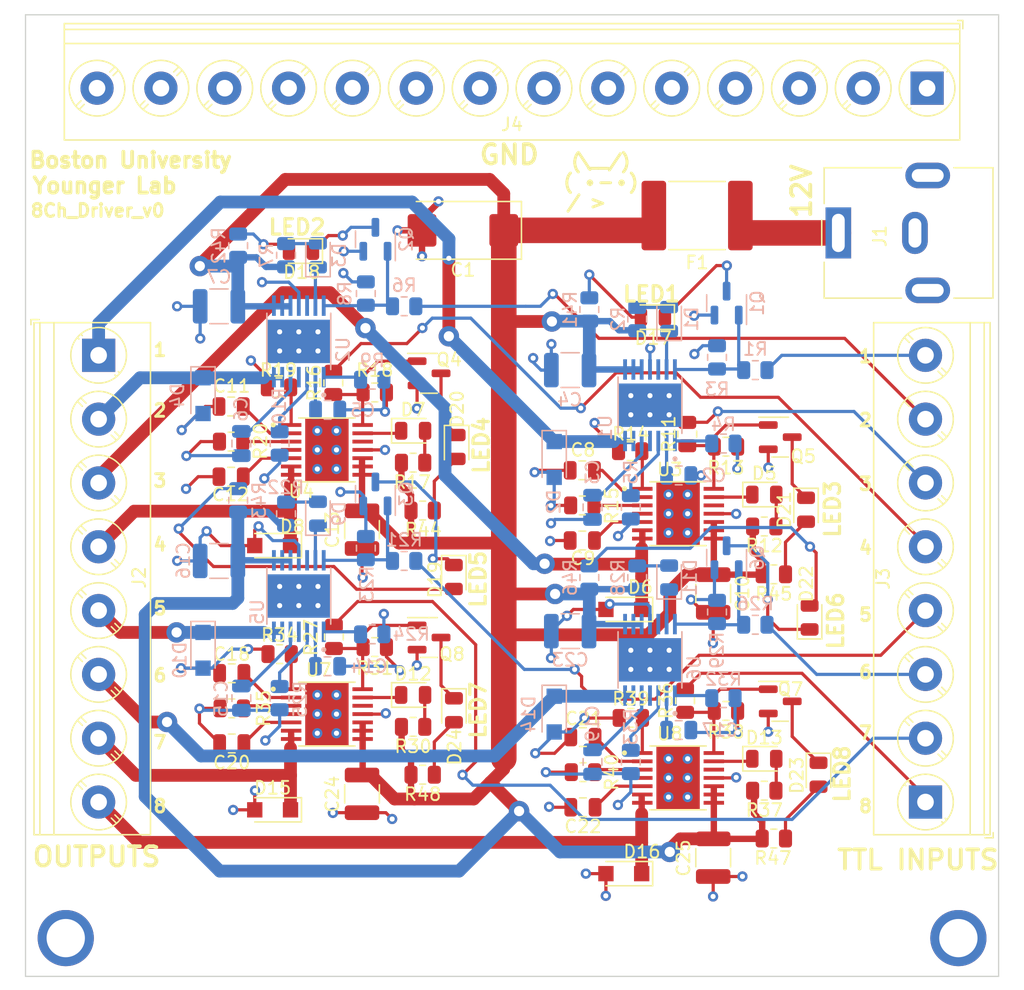
<source format=kicad_pcb>
(kicad_pcb (version 20221018) (generator pcbnew)
  (layers (0 "F.Cu" signal) (1 "In1.Cu" signal) (2 "In2.Cu" signal) (31 "B.Cu" signal) (34 "B.Paste" user) (35 "F.Paste" user) (36 "B.SilkS" user "B.Silkscreen") (37 "F.SilkS" user "F.Silkscreen") (38 "B.Mask" user) (39 "F.Mask" user) (44 "Edge.Cuts" user))
  (net 0 "")
  (net 1 "+12V")
  (net 2 "GND")
  (net 3 "/delay1")
  (net 4 "Net-(U1-BOOT)")
  (net 5 "/delay2")
  (net 6 "Net-(U2-BOOT)")
  (net 7 "/additonal-channels-p1/delay3")
  (net 8 "Net-(U3-BOOT)")
  (net 9 "/additonal-channels-p1/delay4")
  (net 10 "Net-(U4-BOOT)")
  (net 11 "/additonal-channels-p1/delay5")
  (net 12 "Net-(U5-BOOT)")
  (net 13 "/additonal-channels-p2/delay6")
  (net 14 "/additonal-channels-p2/delay7")
  (net 15 "Net-(U6-BOOT)")
  (net 16 "Net-(U7-BOOT)")
  (net 17 "/additonal-channels-p2/delay8")
  (net 18 "Net-(U8-BOOT)")
  (net 19 "/fault1")
  (net 20 "Net-(D1-A)")
  (net 21 "/fault2")
  (net 22 "Net-(D3-A)")
  (net 23 "/additonal-channels-p1/fault3")
  (net 24 "Net-(D5-A)")
  (net 25 "/additonal-channels-p1/fault4")
  (net 26 "Net-(D7-A)")
  (net 27 "/additonal-channels-p1/fault5")
  (net 28 "Net-(D9-A)")
  (net 29 "/additonal-channels-p2/fault6")
  (net 30 "Net-(D11-A)")
  (net 31 "/additonal-channels-p2/fault7")
  (net 32 "Net-(D12-A)")
  (net 33 "/additonal-channels-p2/fault8")
  (net 34 "Net-(D13-A)")
  (net 35 "Net-(D17-K)")
  (net 36 "Net-(D17-A)")
  (net 37 "Net-(D18-K)")
  (net 38 "Net-(D18-A)")
  (net 39 "Net-(D19-K)")
  (net 40 "Net-(D19-A)")
  (net 41 "Net-(D20-K)")
  (net 42 "Net-(D20-A)")
  (net 43 "Net-(D21-K)")
  (net 44 "Net-(D21-A)")
  (net 45 "Net-(D22-K)")
  (net 46 "Net-(D22-A)")
  (net 47 "Net-(D23-K)")
  (net 48 "Net-(D23-A)")
  (net 49 "Net-(D24-K)")
  (net 50 "Net-(D24-A)")
  (net 51 "/12V_IN")
  (net 52 "/in_term1")
  (net 53 "/in_term2")
  (net 54 "/additonal-channels-p1/in_term5")
  (net 55 "/additonal-channels-p1/in_term4")
  (net 56 "/additonal-channels-p1/in_term3")
  (net 57 "/additonal-channels-p2/in_term6")
  (net 58 "/additonal-channels-p2/in_term8")
  (net 59 "/additonal-channels-p2/in_term7")
  (net 60 "/duty1")
  (net 61 "/freq1")
  (net 62 "/duty2")
  (net 63 "/freq2")
  (net 64 "/additonal-channels-p1/duty3")
  (net 65 "/additonal-channels-p1/freq3")
  (net 66 "/additonal-channels-p1/duty4")
  (net 67 "/additonal-channels-p1/freq4")
  (net 68 "/additonal-channels-p1/duty5")
  (net 69 "/additonal-channels-p1/freq5")
  (net 70 "/additonal-channels-p2/duty6")
  (net 71 "/additonal-channels-p2/freq6")
  (net 72 "/additonal-channels-p2/duty7")
  (net 73 "/additonal-channels-p2/freq7")
  (net 74 "/additonal-channels-p2/duty8")
  (net 75 "/additonal-channels-p2/freq8")
  (net 92 "out1")
  (net 93 "out2")
  (net 94 "out3")
  (net 95 "out4")
  (net 96 "out5")
  (net 97 "out6")
  (net 98 "out7")
  (net 99 "out8")
  (net 100 "in1")
  (net 101 "in2")
  (net 102 "in3")
  (net 103 "in4")
  (net 104 "in5")
  (net 105 "in6")
  (net 106 "in7")
  (net 107 "in8")
  (footprint "LED_SMD:LED_0805_2012Metric" (layer "F.Cu") (at 129.2 91.56)
    (fp_text reference "D7")
    (fp_text value "LED")
  )
  (footprint "Resistor_SMD:R_0805_2012Metric" (layer "F.Cu") (at 122.95 87.81 -90)
    (fp_text reference "R16")
    (fp_text value "49R9")
  )
  (footprint "Capacitor_SMD:C_0805_2012Metric" (layer "F.Cu") (at 142.5 121.06)
    (fp_text reference "C22")
    (fp_text value "470pF")
  )
  (footprint "LED_SMD:LED_0805_2012Metric" (layer "F.Cu") (at 156.7 96.56)
    (fp_text reference "D5")
    (fp_text value "LED")
  )
  (footprint "Capacitor_SMD:C_1210_3225Metric" (layer "F.Cu") (at 152.7 125.01 -90)
    (fp_text reference "C25")
    (fp_text value "10uF")
  )
  (footprint "Resistor_SMD:R_0805_2012Metric" (layer "F.Cu") (at 129.95 118.51)
    (fp_text reference "R48")
    (fp_text value "10K")
  )
  (footprint "Resistor_SMD:R_0805_2012Metric" (layer "F.Cu") (at 115 113.31)
    (fp_text reference "R35")
    (fp_text value "191k")
  )
  (footprint "Capacitor_SMD:C_0805_2012Metric" (layer "F.Cu") (at 142.45 94.66)
    (fp_text reference "C8")
    (fp_text value "0.18uF")
  )
  (footprint "Resistor_SMD:R_0805_2012Metric" (layer "F.Cu") (at 126.2 108.51 180)
    (fp_text reference "R31")
    (fp_text value "4k7")
  )
  (footprint "Package_TO_SOT_SMD:SOT-23" (layer "F.Cu") (at 157.95 112.76)
    (fp_text reference "Q7")
    (fp_text value "2N7002E")
  )
  (footprint "Resistor_SMD:R_0805_2012Metric" (layer "F.Cu") (at 142.45 97.41)
    (fp_text reference "R15")
    (fp_text value "191k")
  )
  (footprint "Resistor_SMD:R_0805_2012Metric" (layer "F.Cu") (at 129.2 114.76)
    (fp_text reference "R30")
    (fp_text value "4k7")
  )
  (footprint "Resistor_SMD:R_0805_2012Metric" (layer "F.Cu") (at 129.95 97.81)
    (fp_text reference "R44")
    (fp_text value "10K")
  )
  (footprint "Resistor_SMD:R_0805_2012Metric" (layer "F.Cu") (at 129.2 94.06)
    (fp_text reference "R17")
    (fp_text value "4k7")
  )
  (footprint "TerminalBlock_Phoenix:TerminalBlock_Phoenix_PT-1,5-8-5.0-H_1x08_P5.00mm_Horizontal" (layer "F.Cu") (at 169.325 120.65 90)
    (fp_text reference "J3")
    (fp_text value "Screw_Terminal_01x08")
  )
  (footprint "Capacitor_SMD:C_1210_3225Metric" (layer "F.Cu") (at 152.7 104.31 -90)
    (fp_text reference "C10")
    (fp_text value "10uF")
  )
  (footprint "Solenoid_Driver:IC_TPS27S100BPWPR" (layer "F.Cu") (at 122.45 93.06)
    (fp_text reference "U4")
    (fp_text value "DRV104PWP")
  )
  (footprint "Capacitor_Tantalum_SMD:CP_EIA-7343-43_Kemet-X_Pad2.25x2.55mm_HandSolder" (layer "F.Cu") (at 133.1 75.86 180)
    (fp_text reference "C1")
    (fp_text value "47uF")
  )
  (footprint "Resistor_SMD:R_0805_2012Metric" (layer "F.Cu") (at 157.45 102.81)
    (fp_text reference "R45")
    (fp_text value "10K")
  )
  (footprint "Fuse:Fuse_2920_7451Metric" (layer "F.Cu") (at 151.44 74.7 180)
    (fp_text reference "F1")
    (fp_text value "0ZCF0125FF2C")
  )
  (footprint "Resistor_SMD:R_0805_2012Metric" (layer "F.Cu") (at 156.7 119.76)
    (fp_text reference "R37")
    (fp_text value "4k7")
  )
  (footprint "Capacitor_SMD:C_1210_3225Metric" (layer "F.Cu") (at 125.2 120.01 -90)
    (fp_text reference "C24")
    (fp_text value "10uF")
  )
  (footprint "Capacitor_SMD:C_0805_2012Metric" (layer "F.Cu") (at 114.95 95.16)
    (fp_text reference "C12")
    (fp_text value "470pF")
  )
  (footprint "LED_SMD:LED_0805_2012Metric" (layer "F.Cu") (at 120.42 77.48 180)
    (fp_text reference "D18")
    (fp_text value "LED")
  )
  (footprint "Resistor_SMD:R_0805_2012Metric" (layer "F.Cu") (at 153.7 113.51 180)
    (fp_text reference "R38")
    (fp_text value "4k7")
  )
  (footprint "Package_TO_SOT_SMD:SOT-23" (layer "F.Cu") (at 157.95 92.06)
    (fp_text reference "Q5")
    (fp_text value "2N7002E")
  )
  (footprint "Resistor_SMD:R_0805_2012Metric" (layer "F.Cu") (at 150.5 112.71 -90)
    (fp_text reference "R36")
    (fp_text value "49R9")
  )
  (footprint "Solenoid_Driver:IC_TPS27S100BPWPR" (layer "F.Cu") (at 149.95 98.06)
    (fp_text reference "U3")
    (fp_text value "DRV104PWP")
  )
  (footprint "Capacitor_SMD:C_1210_3225Metric" (layer "F.Cu") (at 125.2 99.31 -90)
    (fp_text reference "C13")
    (fp_text value "10uF")
  )
  (footprint "Resistor_SMD:R_0805_2012Metric" (layer "F.Cu") (at 118.75 109.06)
    (fp_text reference "R34")
    (fp_text value "162k")
  )
  (footprint "Package_TO_SOT_SMD:SOT-23" (layer "F.Cu") (at 130.45 87.06)
    (fp_text reference "Q4")
    (fp_text value "2N7002E")
  )
  (footprint "Diode_SMD:Nexperia_CFP3_SOD-123W" (layer "F.Cu") (at 145.7 126.26 180)
    (fp_text reference "D16")
    (fp_text value "PMEG10010ELRX")
  )
  (footprint "LED_SMD:LED_0805_2012Metric" (layer "F.Cu") (at 159.97 97.75 -90)
    (fp_text reference "D21")
    (fp_text value "LED")
  )
  (footprint "MountingHole:MountingHole_2.2mm_M2_Pad" (layer "F.Cu") (at 171.9 131.31)
    (fp_text reference "H1" hide)
    (fp_text value "MountingHole")
  )
  (footprint "Resistor_SMD:R_0805_2012Metric" (layer "F.Cu") (at 123 107.71 -90)
    (fp_text reference "R27")
    (fp_text value "49R9")
  )
  (footprint "LED_SMD:LED_0805_2012Metric" (layer "F.Cu") (at 132.4 113.46 -90)
    (fp_text reference "D24")
    (fp_text value "LED")
  )
  (footprint "Resistor_SMD:R_0805_2012Metric" (layer "F.Cu") (at 146.2 93.16)
    (fp_text reference "R14")
    (fp_text value "162k")
  )
  (footprint "Connector_BarrelJack:BarrelJack_CUI_PJ-063AH_Horizontal" (layer "F.Cu") (at 162.5 76.06 90)
    (fp_text reference "J1")
    (fp_text value "Barrel_Jack")
  )
  (footprint "LED_SMD:LED_0805_2012Metric" (layer "F.Cu") (at 147.98 82.66 180)
    (fp_text reference "D17")
    (fp_text value "LED")
  )
  (footprint "TerminalBlock_Phoenix:TerminalBlock_Phoenix_PT-1,5-14-5.0-H_1x14_P5.00mm_Horizontal" (layer "F.Cu") (at 169.45 64.72 180)
    (fp_text reference "J4")
    (fp_text value "Screw_Terminal_01x14")
  )
  (footprint "Capacitor_SMD:C_0805_2012Metric" (layer "F.Cu") (at 142.45 100.16)
    (fp_text reference "C9")
    (fp_text value "470pF")
  )
  (footprint "Resistor_SMD:R_0805_2012Metric" (layer "F.Cu") (at 142.5 118.31)
    (fp_text reference "R40")
    (fp_text value "191k")
  )
  (footprint "MountingHole:MountingHole_2.2mm_M2_Pad" (layer "F.Cu") (at 102 131.31)
    (fp_text reference "H2" hide)
    (fp_text value "MountingHole")
  )
  (footprint "Capacitor_SMD:C_0805_2012Metric" (layer "F.Cu") (at 115 110.56)
    (fp_text reference "C18")
    (fp_text value "0.18uF")
  )
  (footprint "LED_SMD:LED_0805_2012Metric" (layer "F.Cu") (at 160.25 106.19 90)
    (fp_text reference "D22")
    (fp_text value "LED")
  )
  (footprint "Package_TO_SOT_SMD:SOT-23" (layer "F.Cu") (at 130.45 107.76)
    (fp_text reference "Q8")
    (fp_text value "2N7002E")
  )
  (footprint "LED_SMD:LED_0805_2012Metric" (layer "F.Cu") (at 129.2 112.26)
    (fp_text reference "D12")
    (fp_text value "LED")
  )
  (footprint "Capacitor_SMD:C_0805_2012Metric" (layer "F.Cu") (at 142.5 115.56)
    (fp_text reference "C21")
    (fp_text value "0.18uF")
  )
  (footprint "Solenoid_Driver:IC_TPS27S100BPWPR" (layer "F.Cu") (at 149.95 118.76)
    (fp_text reference "U8")
    (fp_text value "DRV104PWP")
  )
  (footprint "LED_SMD:LED_0805_2012Metric" (layer "F.Cu") (at 160.95 118.51 -90)
    (fp_text reference "D23")
    (fp_text value "LED")
  )
  (footprint "Capacitor_SMD:C_0805_2012Metric" (layer "F.Cu") (at 115 116.06)
    (fp_text reference "C20")
    (fp_text value "470pF")
  )
  (footprint "Resistor_SMD:R_0805_2012Metric" (layer "F.Cu") (at 157.45 123.51)
    (fp_text reference "R47")
    (fp_text value "10K")
  )
  (footprint "Diode_SMD:Nexperia_CFP3_SOD-123W" (layer "F.Cu") (at 118.2 100.56 180)
    (fp_text reference "D8")
    (fp_text value "PMEG10010ELRX")
  )
  (footprint "LED_SMD:LED_0805_2012Metric" (layer "F.Cu") (at 132.61 92.83 -90)
    (fp_text reference "D20")
    (fp_text value "LED")
  )
  (footprint "TerminalBlock_Phoenix:TerminalBlock_Phoenix_PT-1,5-8-5.0-H_1x08_P5.00mm_Horizontal" (layer "F.Cu") (at 104.575 85.65 -90)
    (fp_text reference "J2")
    (fp_text value "Screw_Terminal_01x08")
  )
  (footprint "LED_SMD:LED_0805_2012Metric" (layer "F.Cu") (at 156.7 117.26)
    (fp_text reference "D13")
    (fp_text value "LED")
  )
  (footprint "Resistor_SMD:R_0805_2012Metric" (layer "F.Cu") (at 150.67 91.82 -90)
    (fp_text reference "R11")
    (fp_text value "49R9")
  )
  (footprint "Solenoid_Driver:IC_TPS27S100BPWPR" (layer "F.Cu") (at 122.45 113.76)
    (fp_text reference "U7")
    (fp_text value "DRV104PWP")
  )
  (footprint "LED_SMD:LED_0805_2012Metric" (layer "F.Cu") (at 132.39 103.02 -90)
    (fp_text reference "D19")
    (fp_text value "LED")
  )
  (footprint "Resistor_SMD:R_0805_2012Metric" (layer "F.Cu") (at 156.7 99.06)
    (fp_text reference "R12")
    (fp_text value "4k7")
  )
  (footprint "Diode_SMD:Nexperia_CFP3_SOD-123W" (layer "F.Cu") (at 118.2 121.26 180)
    (fp_text reference "D15")
    (fp_text value "PMEG10010ELRX")
  )
  (footprint "Resistor_SMD:R_0805_2012Metric" (layer "F.Cu") (at 118.7 88.16)
    (fp_text reference "R19")
    (fp_text value "162k")
  )
  (footprint "Capacitor_SMD:C_0805_2012Metric" (layer "F.Cu") (at 114.95 89.66)
    (fp_text reference "C11")
    (fp_text value "0.18uF")
  )
  (footprint "Resistor_SMD:R_0805_2012Metric" (layer "F.Cu") (at 126.2 88.56 180)
    (fp_text reference "R18")
    (fp_text value "4k7")
  )
  (footprint "Resistor_SMD:R_0805_2012Metric" (layer "F.Cu") (at 114.95 92.41)
    (fp_text reference "R20")
    (fp_text value "191k")
  )
  (footprint "Resistor_SMD:R_0805_2012Metric" (layer "F.Cu") (at 146.25 114.06)
    (fp_text reference "R39")
    (fp_text value "162k")
  )
  (footprint "Resistor_SMD:R_0805_2012Metric" (layer "F.Cu") (at 153.7 92.81 180)
    (fp_text reference "R13")
    (fp_text value "4k7")
  )
  (footprint "Diode_SMD:Nexperia_CFP3_SOD-123W" (layer "F.Cu") (at 145.7 105.56 180)
    (fp_text reference "D6")
    (fp_text value "PMEG10010ELRX")
  )
  (footprint "Capacitor_SMD:C_1210_3225Metric" (layer "B.Cu") (at 141.5 107.26 180)
    (fp_text reference "C23")
    (fp_text value "10uF")
  )
  (footprint "Resistor_SMD:R_0805_2012Metric" (layer "B.Cu") (at 126 107.51 180)
    (fp_text reference "R24")
    (fp_text value "162k")
  )
  (footprint "Resistor_SMD:R_0805_2012Metric" (layer "B.Cu") (at 143 103.06 90)
    (fp_text reference "R46")
    (fp_text value "10K")
  )
  (footprint "Resistor_SMD:R_0805_2012Metric" (layer "B.Cu") (at 115.5 77.06 90)
    (fp_text reference "R42")
    (fp_text value "10K")
  )
  (footprint "Capacitor_SMD:C_1210_3225Metric" (layer "B.Cu") (at 141.5 86.81 180)
    (fp_text reference "C4")
    (fp_text value "10uF")
  )
  (footprint "LED_SMD:LED_0805_2012Metric" (layer "B.Cu") (at 121.75 77.81 90)
    (fp_text reference "D3")
    (fp_text value "LED")
  )
  (footprint "Resistor_SMD:R_0805_2012Metric" (layer "B.Cu") (at 153.5 92.56 180)
    (fp_text reference "R4")
    (fp_text value "162k")
  )
  (footprint "Resistor_SMD:R_0805_2012Metric" (layer "B.Cu") (at 125.5 80.81 -90)
    (fp_text reference "R8")
    (fp_text value "4k7")
  )
  (footprint "Diode_SMD:Nexperia_CFP3_SOD-123W" (layer "B.Cu") (at 140.25 113.76 -90)
    (fp_text reference "D14")
    (fp_text value "PMEG10010ELRX")
  )
  (footprint "Resistor_SMD:R_0805_2012Metric" (layer "B.Cu") (at 143 82.06 90)
    (fp_text reference "R41")
    (fp_text value "10K")
  )
  (footprint "Capacitor_SMD:C_1210_3225Metric" (layer "B.Cu") (at 114 81.81 180)
    (fp_text reference "C7")
    (fp_text value "10uF")
  )
  (footprint "Resistor_SMD:R_0805_2012Metric" (layer "B.Cu") (at 128.5 81.81 180)
    (fp_text reference "R6")
    (fp_text value "49R9")
  )
  (footprint "Capacitor_SMD:C_0805_2012Metric" (layer "B.Cu") (at 150 95.06 180)
    (fp_text reference "C2")
    (fp_text value "0.18uF")
  )
  (footprint "Resistor_SMD:R_0805_2012Metric" (layer "B.Cu") (at 153 105.76 -90)
    (fp_text reference "R29")
    (fp_text value "4k7")
  )
  (footprint "Solenoid_Driver:IC_TPS27S100BPWPR" (layer "B.Cu") (at 147.75 89.56 90)
    (fp_text reference "U1")
    (fp_text value "DRV104PWP")
  )
  (footprint "Solenoid_Driver:IC_TPS27S100BPWPR" (layer "B.Cu") (at 120.25 104.51 90)
    (fp_text reference "U5")
    (fp_text value "DRV104PWP")
  )
  (footprint "Capacitor_SMD:C_0805_2012Metric" (layer "B.Cu") (at 122.5 110.01 180)
    (fp_text reference "C14")
    (fp_text value "0.18uF")
  )
  (footprint "Resistor_SMD:R_0805_2012Metric" (layer "B.Cu") (at 146.75 103.06 90)
    (fp_text reference "R28")
    (fp_text value "4k7")
  )
  (footprint "Resistor_SMD:R_0805_2012Metric" (layer "B.Cu") (at 146.25 117.51 90)
    (fp_text reference "R33")
    (fp_text value "191k")
  )
  (footprint "Resistor_SMD:R_0805_2012Metric" (layer "B.Cu") (at 119.25 77.81 90)
    (fp_text reference "R7")
    (fp_text value "4k7")
  )
  (footprint "Resistor_SMD:R_0805_2012Metric" (layer "B.Cu") (at 146.75 82.81 90)
    (fp_text reference "R2")
    (fp_text value "4k7")
  )
  (footprint "Capacitor_SMD:C_0805_2012Metric" (layer "B.Cu") (at 143.25 117.51 90)
    (fp_text reference "C19")
    (fp_text value "470pF")
  )
  (footprint "Resistor_SMD:R_0805_2012Metric" (layer "B.Cu") (at 156 106.76 180)
    (fp_text reference "R26")
    (fp_text value "49R9")
  )
  (footprint "Package_TO_SOT_SMD:SOT-23" (layer "B.Cu") (at 126.25 96.51 90)
    (fp_text reference "Q3")
    (fp_text value "2N7002E")
  )
  (footprint "Capacitor_SMD:C_0805_2012Metric" (layer "B.Cu") (at 122.51 89.92 180)
    (fp_text reference "C5")
    (fp_text value "0.18uF")
  )
  (footprint "Resistor_SMD:R_0805_2012Metric" (layer "B.Cu") (at 125.5 100.76 -90)
    (fp_text reference "R23")
    (fp_text value "4k7")
  )
  (footprint "Resistor_SMD:R_0805_2012Metric" (layer "B.Cu") (at 115.5 97.01 90)
    (fp_text reference "R43")
    (fp_text value "10K")
  )
  (footprint "Solenoid_Driver:IC_TPS27S100BPWPR" (layer "B.Cu") (at 147.75 109.51 90)
    (fp_text reference "U6")
    (fp_text value "DRV104PWP")
  )
  (footprint "Capacitor_SMD:C_0805_2012Metric" (layer "B.Cu") (at 115.75 92.56 90)
    (fp_text reference "C6")
    (fp_text value "470pF")
  )
  (footprint "Resistor_SMD:R_0805_2012Metric" (layer "B.Cu") (at 126 87.56 180)
    (fp_text reference "R9")
    (fp_text value "162k")
  )
  (footprint "Resistor_SMD:R_0805_2012Metric" (layer "B.Cu") (at 153 85.81 -90)
    (fp_text reference "R3")
    (fp_text value "4k7")
  )
  (footprint "Resistor_SMD:R_0805_2012Metric" (layer "B.Cu") (at 118.75 112.51 90)
    (fp_text reference "R25")
    (fp_text value "191k")
  )
  (footprint "Diode_SMD:Nexperia_CFP3_SOD-123W" (layer "B.Cu") (at 140.25 93.81 -90)
    (fp_text reference "D2")
    (fp_text value "PMEG10010ELRX")
  )
  (footprint "LED_SMD:LED_0805_2012Metric" (layer "B.Cu") (at 121.75 98.06 90)
    (fp_text reference "D9")
    (fp_text value "LED")
  )
  (footprint "Resistor_SMD:R_0805_2012Metric" (layer "B.Cu") (at 118.75 92.56 90)
    (fp_text reference "R10")
    (fp_text value "191k")
  )
  (footprint "Capacitor_SMD:C_0805_2012Metric" (layer "B.Cu") (at 150 115.01 180)
    (fp_text reference "C17")
    (fp_text value "0.18uF")
  )
  (footprint "Diode_SMD:Nexperia_CFP3_SOD-123W" (layer "B.Cu") (at 112.75 108.76 -90)
    (fp_text reference "D10")
    (fp_text value "PMEG10010ELRX")
  )
  (footprint "Solenoid_Driver:IC_TPS27S100BPWPR" (layer "B.Cu") (at 120.25 84.56 90)
    (fp_text reference "U2")
    (fp_text value "DRV104PWP")
  )
  (footprint "Resistor_SMD:R_0805_2012Metric" (layer "B.Cu") (at 128.5 101.76 180)
    (fp_text reference "R21")
    (fp_text value "49R9")
  )
  (footprint "Package_TO_SOT_SMD:SOT-23" (layer "B.Cu") (at 153.75 81.56 90)
    (fp_text reference "Q1")
    (fp_text value "2N7002E")
  )
  (footprint "Capacitor_SMD:C_0805_2012Metric" (layer "B.Cu") (at 115.75 112.51 90)
    (fp_text reference "C15")
    (fp_text value "470pF")
  )
  (footprint "Diode_SMD:Nexperia_CFP3_SOD-123W" (layer "B.Cu") (at 112.75 88.81 -90)
    (fp_text reference "D4")
    (fp_text value "PMEG10010ELRX")
  )
  (footprint "Resistor_SMD:R_0805_2012Metric" (layer "B.Cu") (at 153.5 112.51 180)
    (fp_text reference "R32")
    (fp_text value "162k")
  )
  (footprint "LED_SMD:LED_0805_2012Metric" (layer "B.Cu") (at 149.25 103.06 90)
    (fp_text reference "D11")
    (fp_text value "LED")
  )
  (footprint "Package_TO_SOT_SMD:SOT-23" (layer "B.Cu") (at 153.75 101.51 90)
    (fp_text reference "Q6")
    (fp_text value "2N7002E")
  )
  (footprint "Resistor_SMD:R_0805_2012Metric" (layer "B.Cu") (at 119.25 98.06 90)
    (fp_text reference "R22")
    (fp_text value "4k7")
  )
  (footprint "Resistor_SMD:R_0805_2012Metric" (layer "B.Cu") (at 146.25 97.56 90)
    (fp_text reference "R5")
    (fp_text value "191k")
  )
  (footprint "Capacitor_SMD:C_0805_2012Metric" (layer "B.Cu") (at 143.25 97.56 90)
    (fp_text reference "C3")
    (fp_text value "470pF")
  )
  (footprint "Capacitor_SMD:C_1210_3225Metric" (layer "B.Cu") (at 114 101.76 180)
    (fp_text reference "C16")
    (fp_text value "10uF")
  )
  (footprint "Package_TO_SOT_SMD:SOT-23" (layer "B.Cu") (at 126.25 76.56 90)
    (fp_text reference "Q2")
    (fp_text value "2N7002E")
  )
  (footprint "Resistor_SMD:R_0805_2012Metric" (layer "B.Cu") (at 156 86.81 180)
    (fp_text reference "R1")
    (fp_text value "49R9")
  )
  (footprint "LED_SMD:LED_0805_2012Metric" (layer "B.Cu") (at 149.25 82.81 90)
    (fp_text reference "D1")
    (fp_text value "LED")
  )
  (gr_line (start 175.05 134.31) (end 175.05 58.97) (stroke (width 0.1)) (layer "Edge.Cuts"))
  (gr_line (start 98.85 134.31) (end 175.05 134.31) (stroke (width 0.1)) (layer "Edge.Cuts"))
  (gr_line (start 98.85 58.97) (end 175.05 58.97) (stroke (width 0.1)) (layer "Edge.Cuts"))
  (gr_line (start 98.85 134.31) (end 98.85 58.97) (stroke (width 0.1)) (layer "Edge.Cuts"))
  (gr_text "8" (at 108.75 121.56) (layer "F.SilkS") (effects (font (size 1 1) (thickness 0.23) bold) (justify left bottom)))
  (gr_text "3" (at 164 96.31) (layer "F.SilkS") (effects (font (size 1 1) (thickness 0.23) bold) (justify left bottom)))
  (gr_text "6" (at 108.75 111.31) (layer "F.SilkS") (effects (font (size 1 1) (thickness 0.23) bold) (justify left bottom)))
  (gr_text "5" (at 108.75 106.06) (layer "F.SilkS") (effects (font (size 1 1) (thickness 0.23) bold) (justify left bottom)))
  (gr_text "Younger Lab" (at 99.25 73.06) (layer "F.SilkS") (effects (font (size 1.2 1.2) (thickness 0.3) bold) (justify left bottom)))
  (gr_text "LED5" (at 135 105.56 90) (layer "F.SilkS") (effects (font (size 1.2 1.2) (thickness 0.25) bold) (justify left bottom)))
  (gr_text "4" (at 164 101.31) (layer "F.SilkS") (effects (font (size 1 1) (thickness 0.23) bold) (justify left bottom)))
  (gr_text "LED3" (at 162.75 100.06 90) (layer "F.SilkS") (effects (font (size 1.2 1.2) (thickness 0.25) bold) (justify left bottom)))
  (gr_text "LED1" (at 145.5 81.56) (layer "F.SilkS") (effects (font (size 1.2 1.2) (thickness 0.25) bold) (justify left bottom)))
  (gr_text "6" (at 164 111.06) (layer "F.SilkS") (effects (font (size 1 1) (thickness 0.23) bold) (justify left bottom)))
  (gr_text "LED4" (at 135.25 95.06 90) (layer "F.SilkS") (effects (font (size 1.2 1.2) (thickness 0.25) bold) (justify left bottom)))
  (gr_text "1" (at 164 86.31) (layer "F.SilkS") (effects (font (size 1 1) (thickness 0.23) bold) (justify left bottom)))
  (gr_text "LED8" (at 163.5 120.81 90) (layer "F.SilkS") (effects (font (size 1.2 1.2) (thickness 0.25) bold) (justify left bottom)))
  (gr_text "5" (at 164 106.56) (layer "F.SilkS") (effects (font (size 1 1) (thickness 0.23) bold) (justify left bottom)))
  (gr_text "LED2" (at 117.75 76.31) (layer "F.SilkS") (effects (font (size 1.2 1.2) (thickness 0.25) bold) (justify left bottom)))
  (gr_text "7" (at 108.75 116.56) (layer "F.SilkS") (effects (font (size 1 1) (thickness 0.23) bold) (justify left bottom)))
  (gr_text "Boston University" (at 99 71.06) (layer "F.SilkS") (effects (font (size 1.2 1.2) (thickness 0.3) bold) (justify left bottom)))
  (gr_text "LED6" (at 163 108.81 90) (layer "F.SilkS") (effects (font (size 1.2 1.2) (thickness 0.25) bold) (justify left bottom)))
  (gr_text "8" (at 164 121.56) (layer "F.SilkS") (effects (font (size 1 1) (thickness 0.23) bold) (justify left bottom)))
  (gr_text "4" (at 108.75 101.06) (layer "F.SilkS") (effects (font (size 1 1) (thickness 0.23) bold) (justify left bottom)))
  (gr_text "     (\\__/)\n     ( •-•)\n  / >" (at 142 72.06) (layer "F.SilkS") (effects (font (size 1 1) (thickness 0.23))))
  (gr_text "GND" (at 134.25 70.81) (layer "F.SilkS") (effects (font (size 1.5 1.5) (thickness 0.3) bold) (justify left bottom)))
  (gr_text "8Ch_Driver_v0" (at 104.5 74.31) (layer "F.SilkS") (effects (font (size 1 1) (thickness 0.23) bold)))
  (gr_text "2" (at 108.75 90.56) (layer "F.SilkS") (effects (font (size 1 1) (thickness 0.23) bold) (justify left bottom)))
  (gr_text "1" (at 108.75 85.81) (layer "F.SilkS") (effects (font (size 1 1) (thickness 0.23) bold) (justify left bottom)))
  (gr_text "OUTPUTS" (at 99.25 125.81) (layer "F.SilkS") (effects (font (size 1.5 1.5) (thickness 0.3) bold) (justify left bottom)))
  (gr_text "12V" (at 160.5 75.06 90) (layer "F.SilkS") (effects (font (size 1.5 1.5) (thickness 0.3) bold) (justify left bottom)))
  (gr_text "LED7" (at 135 115.81 90) (layer "F.SilkS") (effects (font (size 1.2 1.2) (thickness 0.25) bold) (justify left bottom)))
  (gr_text "2" (at 164 91.31) (layer "F.SilkS") (effects (font (size 1 1) (thickness 0.23) bold) (justify left bottom)))
  (gr_text "3" (at 108.75 96.06) (layer "F.SilkS") (effects (font (size 1 1) (thickness 0.23) bold) (justify left bottom)))
  (gr_text "7" (at 164 115.81) (layer "F.SilkS") (effects (font (size 1 1) (thickness 0.23) bold) (justify left bottom)))
  (gr_text "TTL INPUTS" (at 162.25 126.06) (layer "F.SilkS") (effects (font (size 1.5 1.5) (thickness 0.3) bold) (justify left bottom)))
  (segment (start 129.6 100.36) (end 135.5 100.36) (width 1) (layer "F.Cu") (net 1))
  (segment (start 136.3 104.35) (end 136.3 108.16) (width 2) (layer "F.Cu") (net 1))
  (segment (start 125.25 97.8475) (end 125.2875 97.81) (width 0.25) (layer "F.Cu") (net 1))
  (segment (start 156.5125 123.535) (end 156.5375 123.51) (width 1) (layer "F.Cu") (net 1))
  (segment (start 129.0375 96.5975) (end 128.2875 95.8475) (width 0.5) (layer "F.Cu") (net 1))
  (segment (start 125.2 118.535) (end 125.25 118.485) (width 0.25) (layer "F.Cu") (net 1))
  (segment (start 136.3 99.56) (end 136.3 104.35) (width 2) (layer "F.Cu") (net 1))
  (segment (start 112.5 78.56) (end 112.5 78.66) (width 1) (layer "F.Cu") (net 1))
  (segment (start 133.95 120.41) (end 135.25 119.11) (width 1) (layer "F.Cu") (net 1))
  (segment (start 136.3 75.86) (end 136.3 80.56) (width 2) (layer "F.Cu") (net 1))
  (segment (start 119.19 71.87) (end 112.5 78.56) (width 1) (layer "F.Cu") (net 1))
  (segment (start 140.07 83) (end 136.41 83) (width 1) (layer "F.Cu") (net 1))
  (segment (start 152.7 102.835) (end 150.625 102.835) (width 1) (layer "F.Cu") (net 1))
  (segment (start 136.3 80.56) (end 136.3 82.89) (width 2) (layer "F.Cu") (net 1))
  (segment (start 125.875 118.535) (end 125.2 118.535) (width 1) (layer "F.Cu") (net 1))
  (segment (start 152.75 119.56) (end 152.75 123.485) (width 0.5) (layer "F.Cu") (net 1))
  (segment (start 149.3 104.16) (end 149.3 105.86) (width 1) (layer "F.Cu") (net 1))
  (segment (start 127.75 120.41) (end 125.875 118.535) (width 1) (layer "F.Cu") (net 1))
  (segment (start 152.75 123.485) (end 152.7 123.535) (width 0.25) (layer "F.Cu") (net 1))
  (segment (start 129.3 120.41) (end 127.75 120.41) (width 1) (layer "F.Cu") (net 1))
  (segment (start 129.0375 100.2975) (end 129.1 100.36) (width 0.25) (layer "F.Cu") (net 1))
  (segment (start 155.9 119.8725) (end 155.7875 119.76) (width 0.5) (layer "F.Cu") (net 1))
  (segment (start 156.5375 123.51) (end 156.5375 122.1975) (width 0.5) (layer "F.Cu") (net 1))
  (segment (start 125.2 97.835) (end 125.575 97.835) (width 1) (layer "F.Cu") (net 1))
  (segment (start 136.3 104.35) (end 140.32 104.35) (width 1) (layer "F.Cu") (net 1))
  (segment (start 135.19 71.87) (end 119.19 71.87) (width 1) (layer "F.Cu") (net 1))
  (segment (start 147.9125 75.86) (end 148.1125 76.06) (width 0.25) (layer "F.Cu") (net 1))
  (segment (start 152.75 98.86) (end 152.75 102.785) (width 0.5) (layer "F.Cu") (net 1))
  (segment (start 136.3 118.06) (end 136.3 117.26) (width 1) (layer "F.Cu") (net 1))
  (segment (start 156.5375 102.81) (end 156.5375 101.6975) (width 0.5) (layer "F.Cu") (net 1))
  (segment (start 149.3 124.36) (end 150.125 123.535) (width 1) (layer "F.Cu") (net 1))
  (segment (start 129.0375 118.51) (end 129.0375 120.1475) (width 0.5) (layer "F.Cu") (net 1))
  (segment (start 129.0375 120.1475) (end 129.3 120.41) (width 0.25) (layer "F.Cu") (net 1))
  (segment (start 128.3 116.56) (end 128.3 114.7725) (width 0.5) (layer "F.Cu") (net 1))
  (segment (start 149.3 105.86) (end 147.61 107.55) (width 1) (layer "F.Cu") (net 1))
  (segment (start 136.3 75.86) (end 147.9125 75.86) (width 2) (layer "F.Cu") (net 1))
  (segment (start 129.0375 97.81) (end 129.0375 100.2975) (width 0.5) (layer "F.Cu") (net 1))
  (segment (start 129.3 120.41) (end 133.95 120.41) (width 1) (layer "F.Cu") (net 1))
  (segment (start 155.9 121.56) (end 155.9 119.8725) (width 0.5) (layer "F.Cu") (net 1))
  (segment (start 152.7 123.535) (end 156.5125 123.535) (width 0.5) (layer "F.Cu") (net 1))
  (segment (start 136.41 83) (end 136.3 82.89) (width 1) (layer "F.Cu") (net 1))
  (segment (start 149.3 124.56) (end 149.3 124.36) (width 1) (layer "F.Cu") (net 1))
  (segment (start 152.75 102.785) (end 152.7 102.835) (width 0.25) (layer "F.Cu") (net 1))
  (segment (start 152.7 102.835) (end 156.5125 102.835) (width 0.5) (layer "F.Cu") (net 1))
  (segment (start 125.575 97.835) (end 128.1 100.36) (width 1) (layer "F.Cu") (net 1))
  (segment (start 156.5375 122.1975) (end 155.9 121.56) (width 0.5) (layer "F.Cu") (net 1))
  (segment (start 156.5125 102.835) (end 156.5375 102.81) (width 1) (layer "F.Cu") (net 1))
  (segment (start 128.2875 95.8475) (end 128.2875 94.06) (width 0.5) (layer "F.Cu") (net 1))
  (segment (start 128.3 114.7725) (end 128.2875 114.76) (width 0.5) (layer "F.Cu") (net 1))
  (segment (start 135.5 100.36) (end 136.3 99.56) (width 1) (layer "F.Cu") (net 1))
  (segment (start 125.2 97.835) (end 125.2 93.86) (width 0.5) (layer "F.Cu") (net 1))
  (segment (start 155.8 100.96) (end 155.8 99.0725) (width 0.5) (layer "F.Cu") (net 1))
  (segment (start 128.1 100.36) (end 129.6 100.36) (width 1) (layer "F.Cu") (net 1))
  (segment (start 125.25 118.485) (end 125.25 114.56) (width 0.5) (layer "F.Cu") (net 1))
  (segment (start 136.3 75.86) (end 136.3 72.98) (width 1) (layer "F.Cu") (net 1))
  (segment (start 135.25 119.11) (end 136.3 118.06) (width 1) (layer "F.Cu") (net 1))
  (segment (start 136.91 107.55) (end 136.3 108.16) (width 1) (layer "F.Cu") (net 1))
  (segment (start 136.3 108.16) (end 136.3 117.26) (width 2) (layer "F.Cu") (net 1))
  (segment (start 136.3 72.98) (end 135.19 71.87) (width 1) (layer "F.Cu") (net 1))
  (segment (start 147.61 107.55) (end 136.91 107.55) (width 1) (layer "F.Cu") (net 1))
  (segment (start 150.625 102.835) (end 149.3 104.16) (width 1) (layer "F.Cu") (net 1))
  (segment (start 156.5375 101.6975) (end 155.8 100.96) (width 0.5) (layer "F.Cu") (net 1))
  (segment (start 136.3 82.89) (end 136.3 99.56) (width 2) (layer "F.Cu") (net 1))
  (segment (start 129.0375 97.81) (end 129.0375 96.5975) (width 0.5) (layer "F.Cu") (net 1))
  (segment (start 155.8 99.0725) (end 155.7875 99.06) (width 0.5) (layer "F.Cu") (net 1))
  (segment (start 129.0375 117.2975) (end 128.3 116.56) (width 0.5) (layer "F.Cu") (net 1))
  (segment (start 129.0375 118.51) (end 129.0375 117.2975) (width 0.5) (layer "F.Cu") (net 1))
  (segment (start 135.25 119.11) (end 137.5 121.36) (width 1) (layer "F.Cu") (net 1))
  (segment (start 150.125 123.535) (end 152.7 123.535) (width 1) (layer "F.Cu") (net 1))
  (via (at 140.32 104.35) (size 1.6) (drill 0.8) (layers "F.Cu" "B.Cu") (net 1))
  (via (at 137.5 121.36) (size 1.6) (drill 0.8) (layers "F.Cu" "B.Cu") (net 1))
  (via (at 112.5 78.66) (size 1.6) (drill 0.8) (layers "F.Cu" "B.Cu") (net 1))
  (via (at 140.07 83) (size 1.6) (drill 0.8) (layers "F.Cu" "B.Cu") (net 1))
  (via (at 149.3 124.56) (size 1.6) (drill 0.8) (layers "F.Cu" "B.Cu") (net 1))
  (segment (start 116.9325 77.9725) (end 117.6825 78.7225) (width 0.5) (layer "B.Cu") (net 1))
  (segment (start 115.475 101.76) (end 115.475 104.685) (width 1) (layer "B.Cu") (net 1))
  (segment (start 140.32 104.35) (end 142.6225 104.35) (width 1) (layer "B.Cu") (net 1))
  (segment (start 145.8 106.71) (end 146.95 106.71) (width 0.5) (layer "B.Cu") (net 1))
  (segment (start 142.6225 104.35) (end 143 103.9725) (width 1) (layer "B.Cu") (net 1))
  (segment (start 115.475 104.685) (end 115.07 105.09) (width 1) (layer "B.Cu") (net 1))
  (segment (start 115.5 97.9225) (end 117.8025 97.9225) (width 0.5) (layer "B.Cu") (net 1))
  (segment (start 143.525 106.71) (end 142.975 107.26) (width 0.25) (layer "B.Cu") (net 1))
  (segment (start 115.525 101.71) (end 115.475 101.76) (width 0.25) (layer "B.Cu") (net 1))
  (segment (start 145.8 106.71) (end 143.525 106.71) (width 0.5) (layer "B.Cu") (net 1))
  (segment (start 143 82.9725) (end 144.6125 82.9725) (width 0.5) (layer "B.Cu") (net 1))
  (segment (start 108.22 105.96) (end 108.22 120.22) (width 1) (layer "B.Cu") (net 1))
  (segment (start 143 103.9725) (end 143 107.235) (width 1) (layer "B.Cu") (net 1))
  (segment (start 144.6125 82.9725) (end 145.33 83.69) (width 0.5) (layer "B.Cu") (net 1))
  (segment (start 115.475 77.9975) (end 115.475 81.81) (width 1) (layer "B.Cu") (net 1))
  (segment (start 115.07 105.09) (end 109.09 105.09) (width 1) (layer "B.Cu") (net 1))
  (segment (start 115.475 101.76) (end 115.475 97.9475) (width 1) (layer "B.Cu") (net 1))
  (segment (start 117.8025 97.9225) (end 118.8525 98.9725) (width 0.5) (layer "B.Cu") (net 1))
  (segment (start 119.42 101.71) (end 115.525 101.71) (width 0.5) (layer "B.Cu") (net 1))
  (segment (start 117.6825 78.7225) (end 119.25 78.7225) (width 0.5) (layer "B.Cu") (net 1))
  (segment (start 140.7 124.56) (end 149.3 124.56) (width 1) (layer "B.Cu") (net 1))
  (segment (start 140.07 83) (end 140.0975 82.9725) (width 1) (layer "B.Cu") (net 1))
  (segment (start 143.025 86.76) (end 146.92 86.76) (width 0.5) (layer "B.Cu") (net 1))
  (segment (start 108.22 120.22) (end 114.06 126.06) (width 1) (layer "B.Cu") (net 1))
  (segment (start 142.975 86.81) (end 143.025 86.76) (width 0.25) (layer "B.Cu") (net 1))
  (segment (start 143 103.9725) (end 146.75 103.9725) (width 0.5) (layer "B.Cu") (net 1))
  (segment (start 114.06 126.06) (end 132.8 126.06) (width 1) (layer "B.Cu") (net 1))
  (segment (start 143 107.235) (end 142.975 107.26) (width 1) (layer "B.Cu") (net 1))
  (segment (start 115.475 97.9475) (end 115.5 97.9225) (width 1) (layer "B.Cu") (net 1))
  (segment (start 137.5 121.36) (end 140.7 124.56) (width 1) (layer "B.Cu") (net 1))
  (segment (start 115.5 77.9725) (end 115.475 77.9975) (width 1) (layer "B.Cu") (net 1))
  (segment (start 140.0975 82.9725) (end 143 82.9725) (width 1) (layer "B.Cu") (net 1))
  (segment (start 112.5 78.66) (end 115.4 78.66) (width 1) (layer "B.Cu") (net 1))
  (segment (start 146.7175 83.69) (end 146.75 83.7225) (width 0.5) (layer "B.Cu") (net 1))
  (segment (start 109.09 105.09) (end 108.22 105.96) (width 1) (layer "B.Cu") (net 1))
  (segment (start 143 82.9725) (end 143 86.785) (width 1) (layer "B.Cu") (net 1))
  (segment (start 143 86.785) (end 142.975 86.81) (width 1) (layer "B.Cu") (net 1))
  (segment (start 132.8 126.06) (end 137.5 121.36) (width 1) (layer "B.Cu") (net 1))
  (segment (start 145.33 83.69) (end 146.7175 83.69) (width 0.5) (layer "B.Cu") (net 1))
  (segment (start 118.8525 98.9725) (end 119.25 98.9725) (width 0.5) (layer "B.Cu") (net 1))
  (segment (start 115.5 77.9725) (end 116.9325 77.9725) (width 0.5) (layer "B.Cu") (net 1))
  (segment (start 115.475 81.81) (end 119.44 81.81) (width 0.5) (layer "B.Cu") (net 1))
  (segment (start 116.8 100.56) (end 114.16 100.56) (width 0.25) (layer "F.Cu") (net 2))
  (segment (start 138.72 94.81) (end 138.87 94.66) (width 0.25) (layer "F.Cu") (net 2))
  (segment (start 125.2 121.485) (end 122.935 121.485) (width 0.25) (layer "F.Cu") (net 2))
  (segment (start 127.1125 88.56) (end 127.1125 89.9475) (width 0.25) (layer "F.Cu") (net 2))
  (segment (start 116.8 119.77) (end 116.82 119.75) (width 0.25) (layer "F.Cu") (net 2))
  (segment (start 125.25 93.06) (end 127 93.06) (width 0.25) (layer "F.Cu") (net 2))
  (segment (start 127.1125 109.2725) (end 128.16 110.32) (width 0.25) (layer "F.Cu") (net 2))
  (segment (start 141.5375 97.41) (end 140 97.41) (width 0.25) (layer "F.Cu") (net 2))
  (segment (start 131.19 73.68) (end 129.9 74.97) (width 0.5) (layer "F.Cu") (net 2))
  (segment (start 141.75 105.56) (end 144.3 105.56) (width 0.25) (layer "F.Cu") (net 2))
  (segment (start 157.0125 93.01) (end 157.0125 94.4325) (width 0.25) (layer "F.Cu") (net 2))
  (segment (start 157.0125 115.14) (end 157.0125 113.71) (width 0.25) (layer "F.Cu") (net 2))
  (segment (start 145.2875 93.16) (end 143.41 91.2825) (width 0.25) (layer "F.Cu") (net 2))
  (segment (start 116.8 99.35) (end 117.1 99.05) (width 0.25) (layer "F.Cu") (net 2))
  (segment (start 127.1125 108.51) (end 127.1125 109.2725) (width 0.25) (layer "F.Cu") (net 2))
  (segment (start 127.06 113.7) (end 127 113.76) (width 0.25) (layer "F.Cu") (net 2))
  (segment (start 154.6125 94.5175) (end 154.59 94.54) (width 0.25) (layer "F.Cu") (net 2))
  (segment (start 129.9 75.86) (end 129.9 77.89) (width 0.5) (layer "F.Cu") (net 2))
  (segment (start 114 95.16) (end 112.37 95.16) (width 0.25) (layer "F.Cu") (net 2))
  (segment (start 112.57 92.41) (end 111.45 93.53) (width 0.25) (layer "F.Cu") (net 2))
  (segment (start 144.3 105.56) (end 144.6 105.14) (width 0.25) (layer "F.Cu") (net 2))
  (segment (start 113.65 110.16) (end 114.05 110.56) (width 0.25) (layer "F.Cu") (net 2))
  (segment (start 154.49 98.06) (end 154.5 98.07) (width 0.25) (layer "F.Cu") (net 2))
  (segment (start 115.12 121.26) (end 115.11 121.27) (width 0.25) (layer "F.Cu") (net 2))
  (segment (start 114.0375 92.41) (end 112.57 92.41) (width 0.25) (layer "F.Cu") (net 2))
  (segment (start 152.7 105.785) (end 151.955 105.785) (width 0.25) (layer "F.Cu") (net 2))
  (segment (start 151.955 105.785) (end 150.96 104.79) (width 0.25) (layer "F.Cu") (net 2))
  (segment (start 116.8 121.26) (end 115.12 121.26) (width 0.25) (layer "F.Cu") (net 2))
  (segment (start 129.5125 88.01) (end 129.5125 89.7975) (width 0.25) (layer "F.Cu") (net 2))
  (segment (start 114 89.66) (end 112.93 89.66) (width 0.25) (layer "F.Cu") (net 2))
  (segment (start 154.46 118.76) (end 154.5 118.72) (width 0.25) (layer "F.Cu") (net 2))
  (segment (start 114.16 100.56) (end 113.03 99.43) (width 0.25) (layer "F.Cu") (net 2))
  (segment (start 145.3275 114.07) (end 145.3375 114.06) (width 0.25) (layer "F.Cu") (net 2))
  (segment (start 141.5875 118.31) (end 139.6 118.31) (width 0.25) (layer "F.Cu") (net 2))
  (segment (start 157.0125 94.4325) (end 157.02 94.44) (width 0.25) (layer "F.Cu") (net 2))
  (segment (start 138.87 94.66) (end 141.5 94.66) (width 0.25) (layer "F.Cu") (net 2))
  (segment (start 125.2 121.485) (end 127.065 121.485) (width 0.25) (layer "F.Cu") (net 2))
  (segment (start 152.7 128.04) (end 152.69 128.05) (width 0.25) (layer "F.Cu") (net 2))
  (segment (start 144.3 127.99) (end 144.29 128) (width 0.25) (layer "F.Cu") (net 2))
  (segment (start 152.7 126.485) (end 152.7 128.04) (width 0.25) (layer "F.Cu") (net 2))
  (segment (start 131.19 73.59) (end 131.19 73.68) (width 0.25) (layer "F.Cu") (net 2))
  (segment (start 116.8 100.56) (end 116.8 99.35) (width 0.25) (layer "F.Cu") (net 2))
  (segment (start 139.97 100.16) (end 139.93 100.2) (width 0.25) (layer "F.Cu") (net 2))
  (segment (start 129.9 75.86) (end 127.98 75.86) (width 0.5) (layer "F.Cu") (net 2))
  (segment (start 154.6125 113.51) (end 154.6125 115.1925) (width 0.25) (layer "F.Cu") (net 2))
  (segment (start 125.2 103.01) (end 125.25 103.06) (width 0.25) (layer "F.Cu") (net 2))
  (segment (start 129.5125 89.7975) (end 129.5 89.81) (width 0.25) (layer "F.Cu") (net 2))
  (segment (start 127.065 121.485) (end 127.56 121.98) (width 0.25) (layer "F.Cu") (net 2))
  (segment (start 143.41 91.2825) (end 143.41 90.95) (width 0.25) (layer "F.Cu") (net 2))
  (segment (start 152.7 108.18) (end 152.68 108.2) (width 0.25) (layer "F.Cu") (net 2))
  (segment (start 117.4475 108.67) (end 117.8375 109.06) (width 0.25) (layer "F.Cu") (net 2))
  (segment (start 144.3 126.26) (end 142.73 126.26) (width 0.25) (layer "F.Cu") (net 2))
  (segment (start 114.0875 113.31) (end 112.49 113.31) (width 0.25) (layer "F.Cu") (net 2))
  (segment (start 154.985 126.485) (end 154.99 126.48) (width 0.25) (layer "F.Cu") (net 2))
  (segment (start 140.28 116.83) (end 141.55 115.56) (width 0.25) (layer "F.Cu") (net 2))
  (segment (start 112.93 89.66) (end 111.08 91.51) (width 0.25) (layer "F.Cu") (net 2))
  (segment (start 154.6125 92.81) (end 154.6125 94.5175) (width 0.25) (layer "F.Cu") (net 2))
  (segment (start 152.7 126.485) (end 154.985 126.485) (width 0.25) (layer "F.Cu") (net 2))
  (segment (start 152.75 118.76) (end 154.46 118.76) (width 0.25) (layer "F.Cu") (net 2))
  (segment (start 152.7 105.785) (end 152.7 108.18) (width 0.25) (layer "F.Cu") (net 2))
  (segment (start 141.25 106.06) (end 141.75 105.56) (width 0.25) (layer "F.Cu") (net 2))
  (segment (start 140 97.41) (end 139.99 97.42) (width 0.25) (layer "F.Cu") (net 2))
  (segment (start 141.5 100.16) (end 139.97 100.16) (width 0.25) (layer "F.Cu") (net 2))
  (segment (start 129.9 74.97) (end 129.9 75.86) (width 0.25) (layer "F.Cu") (net 2))
  (segment (start 125.2 100.785) (end 125.2 103.01) (width 0.25) (layer "F.Cu") (net 2))
  (segment (start 129.5125 108.71) (end 129.5125 109.9275) (width 0.25) (layer "F.Cu") (net 2))
  (segment (start 144.3 126.26) (end 144.3 127.99) (width 0.25) (layer "F.Cu") (net 2))
  (segment (start 112.47 114.48) (end 112.47 113.33) (width 0.25) (layer "F.Cu") (net 2))
  (segment (start 112.49 113.31) (end 112.47 113.33) (width 0.25) (layer "F.Cu") (net 2))
  (segment (start 111.02 110.16) (end 113.65 110.16) (width 0.25) (layer "F.Cu") (net 2))
  (segment (start 116.29 108.67) (end 117.4475 108.67) (width 0.25) (layer "F.Cu") (net 2))
  (segment (start 139.89 121.06) (end 139.85 121.02) (width 0.25) (layer "F.Cu") (net 2))
  (segment (start 131.19 73.52) (end 131.19 73.59) (width 0.25) (layer "F.Cu") (net 2))
  (segment (start 129.5125 109.9275) (end 129.5 109.94) (width 0.25) (layer "F.Cu") (net 2))
  (segment (start 127.1125 89.9475) (end 127 90.06) (width 0.25) (layer "F.Cu") (net 2))
  (segment (start 112.37 95.16) (end 111.42 96.11) (width 0.25) (layer "F.Cu") (net 2))
  (segment (start 122.935 121.485) (end 122.92 121.5) (width 0.25) (layer "F.Cu") (net 2))
  (segment (start 116.8 121.26) (end 116.8 119.77) (width 0.25) (layer "F.Cu") (net 2))
  (segment (start 142.62 114.07) (end 145.3275 114.07) (width 0.25) (layer "F.Cu") (net 2))
  (segment (start 117.7875 87.3475) (end 116.5 86.06) (width 0.25) (layer "F.Cu") (net 2))
  (segment (start 154.6125 115.1925) (end 154.62 115.2) (width 0.25) (layer "F.Cu") (net 2))
  (segment (start 114.05 116.06) (end 112.47 114.48) (width 0.25) (layer "F.Cu") (net 2))
  (segment (start 141.55 121.06) (end 139.89 121.06) (width 0.25) (layer "F.Cu") (net 2))
  (segment (start 152.75 98.06) (end 154.49 98.06) (width 0.25) (layer "F.Cu") (net 2))
  (segment (start 127 113.76) (end 125.25 113.76) (width 0.25) (layer "F.Cu") (net 2))
  (segment (start 138.77 116.83) (end 140.28 116.83) (width 0.25) (layer "F.Cu") (net 2))
  (segment (start 117.7875 88.16) (end 117.7875 87.3475) (width 0.25) (layer "F.Cu") (net 2))
  (via (at 139.6 118.31) (size 0.8) (drill 0.4) (layers "F.Cu" "B.Cu") (net 2))
  (via (at 122.92 121.5) (size 0.8) (drill 0.4) (layers "F.Cu" "B.Cu") (net 2))
  (via (at 117.1 99.05) (size 0.8) (drill 0.4) (layers "F.Cu" "B.Cu") (net 2))
  (via (at 157.0125 115.14) (size 0.8) (drill 0.4) (layers "F.Cu" "B.Cu") (net 2))
  (via (at 152.68 108.2) (size 0.8) (drill 0.4) (layers "F.Cu" "B.Cu") (net 2))
  (via (at 142.62 114.07) (size 0.8) (drill 0.4) (layers "F.Cu" "B.Cu") (net 2))
  (via (at 144.6 105.14) (size 0.8) (drill 0.4) (layers "F.Cu" "B.Cu") (net 2))
  (via (at 111.42 96.11) (size 0.8) (drill 0.4) (layers "F.Cu" "B.Cu") (net 2))
  (via (at 139.99 97.42) (size 0.8) (drill 0.4) (layers "F.Cu" "B.Cu") (net 2))
  (via (at 151.21 82.55) (size 0.8) (drill 0.4) (layers "F.Cu" "B.Cu") (net 2))
  (via (at 154.5 98.07) (size 0.8) (drill 0.4) (layers "F.Cu" "B.Cu") (net 2))
  (via (at 116.82 119.75) (size 0.8) (drill 0.4) (layers "F.Cu" "B.Cu") (net 2))
  (via (at 138.72 94.81) (size 0.8) (drill 0.4) (layers "F.Cu" "B.Cu") (net 2))
  (via (at 123.78 77.5) (size 0.8) (drill 0.4) (layers "F.Cu" "B.Cu") (net 2))
  (via (at 125.25 103.06) (size 0.8) (drill 0.4) (layers "F.Cu" "B.Cu") (net 2))
  (via (at 145.25 99.81) (size 0.8) (drill 0.4) (layers "F.Cu" "B.Cu") (net 2))
  (via (at 140 109.37) (size 0.8) (drill 0.4) (layers "F.Cu" "B.Cu") (net 2))
  (via (at 143.41 90.95) (size 0.8) (drill 0.4) (layers "F.Cu" "B.Cu") (net 2))
  (via (at 142.73 126.26) (size 0.8) (drill 0.4) (layers "F.Cu" "B.Cu") (net 2))
  (via (at 127 93.06) (size 0.8) (drill 0.4) (layers "F.Cu" "B.Cu") (net 2))
  (via (at 144.29 128) (size 0.8) (drill 0.4) (layers "F.Cu" "B.Cu") (net 2))
  (via (at 152.69 128.05) (size 0.8) (drill 0.4) (layers "F.Cu" "B.Cu") (net 2))
  (via (at 112.47 113.33) (size 0.8) (drill 0.4) (layers "F.Cu" "B.Cu") (net 2))
  (via (at 139.93 100.2) (size 0.8) (drill 0.4) (layers "F.Cu" "B.Cu") (net 2))
  (via (at 138.6 85.87) (size 0.8) (drill 0.4) (layers "F.Cu" "B.Cu") (net 2))
  (via (at 127 90.06) (size 0.8) (drill 0.4) (layers "F.Cu" "B.Cu") (net 2))
  (via (at 116.5 86.06) (size 0.8) (drill 0.4) (layers "F.Cu" "B.Cu") (net 2))
  (via (at 145.24 120.88) (size 0.8) (drill 0.4) (layers "F.Cu" "B.Cu") (net 2))
  (via (at 127.06 113.7) (size 0.8) (drill 0.4) (layers "F.Cu" "B.Cu") (net 2))
  (via (at 111.08 91.51) (size 0.8) (drill 0.4) (layers "F.Cu" "B.Cu") (net 2))
  (via (at 113.03 99.43) (size 0.8) (drill 0.4) (layers "F.Cu" "B.Cu") (net 2))
  (via (at 116.29 108.67) (size 0.8) (drill 0.4) (layers "F.Cu" "B.Cu") (net 2))
  (via (at 131.19 73.59) (size 0.8) (drill 0.4) (layers "F.Cu" "B.Cu") (net 2))
  (via (at 154.59 94.54) (size 0.8) (drill 0.4) (layers "F.Cu" "B.Cu") (net 2))
  (via (at 112.53 84.33) (size 0.8) (drill 0.4) (layers "F.Cu" "B.Cu") (net 2))
  (via (at 154.62 115.2) (size 0.8) (drill 0.4) (layers "F.Cu" "B.Cu") (net 2))
  (via (at 127.56 121.98) (size 0.8) (drill 0.4) (layers "F.Cu" "B.Cu") (net 2))
  (via (at 123.74 79.21) (size 0.8) (drill 0.4) (layers "F.Cu" "B.Cu") (net 2))
  (via (at 129.5 89.81) (size 0.8) (drill 0.4) (layers "F.Cu" "B.Cu") (net 2))
  (via (at 128.16 110.32) (size 0.8) (drill 0.4) (layers "F.Cu" "B.Cu") (net 2))
  (via (at 151.23 85.55) (size 0.8) (drill 0.4) (layers "F.Cu" "B.Cu") (net 2))
  (via (at 138.77 116.83) (size 0.8) (drill 0.4) (layers "F.Cu" "B.Cu") (net 2))
  (via (at 110.73 101.75) (size 0.8) (drill 0.4) (layers "F.Cu" "B.Cu") (net 2))
  (via (at 117.55 95.3) (size 0.8) (drill 0.4) (layers "F.Cu" "B.Cu") (net 2))
  (via (at 115.11 121.27) (size 0.8) (drill 0.4) (layers "F.Cu" "B.Cu") (net 2))
  (via (at 157.02 94.44) (size 0.8) (drill 0.4) (layers "F.Cu" "B.Cu") (net 2))
  (via (at 111.02 110.16) (size 0.8) (drill 0.4) (layers "F.Cu" "B.Cu") (net 2))
  (via (at 150.96 104.79) (size 0.8) (drill 0.4) (layers "F.Cu" "B.Cu") (net 2))
  (via (at 129.5 109.94) (size 0.8) (drill 0.4) (layers "F.Cu" "B.Cu") (net 2))
  (via (at 117.37 79.92) (size 0.8) (drill 0.4) (layers "F.Cu" "B.Cu") (net 2))
  (via (at 127.98 75.86) (size 0.8) (drill 0.4) (layers "F.Cu" "B.Cu") (net 2))
  (via (at 140.03 84.77) (size 0.8) (drill 0.4) (layers "F.Cu" "B.Cu") (net 2))
  (via (at 140 98.81) (size 0.8) (drill 0.4) (layers "F.Cu" "B.Cu") (net 2))
  (via (at 151.75 95.06) (size 0.8) (drill 0.4) (layers "F.Cu" "B.Cu") (net 2))
  (via (at 117.63 115.83) (size 0.8) (drill 0.4) (layers "F.Cu" "B.Cu") (net 2))
  (via (at 147.77 85.1) (size 0.8) (drill 0.4) (layers "F.Cu" "B.Cu") (net 2))
  (via (at 154.5 118.72) (size 0.8) (drill 0.4) (layers "F.Cu" "B.Cu") (net 2))
  (via (at 139.85 121.02) (size 0.8) (drill 0.4) (layers "F.Cu" "B.Cu") (net 2))
  (via (at 110.72 81.81) (size 0.8) (drill 0.4) (layers "F.Cu" "B.Cu") (net 2))
  (via (at 111.45 93.53) (size 0.8) (drill 0.4) (layers "F.Cu" "B.Cu") (net 2))
  (via (at 154.99 126.48) (size 0.8) (drill 0.4) (layers "F.Cu" "B.Cu") (net 2))
  (via (at 129.9 77.89) (size 0.8) (drill 0.4) (layers "F.Cu" "B.Cu") (net 2))
  (via (at 123.51 96.35) (size 0.8) (drill 0.4) (layers "F.Cu" "B.Cu") (net 2))
  (via (at 126.91 105.91) (size 0.8) (drill 0.4) (layers "F.Cu" "B.Cu") (net 2))
  (via (at 141.25 106.06) (size 0.8) (drill 0.4) (layers "F.Cu" "B.Cu") (net 2))
  (segment (start 147.77 85.1) (end 147.75 85.12) (width 0.25) (layer "B.Cu") (net 2))
  (segment (start 152.8 82.4975) (end 151.2625 82.4975) (width 0.25) (layer "B.Cu") (net 2))
  (segment (start 139.22 86.81) (end 140.025 86.81) (width 0.25) (layer "B.Cu") (net 2))
  (segment (start 154.4125 112.51) (end 154.4125 114.9925) (width 0.25) (layer "B.Cu") (net 2))
  (segment (start 118.7125 113.46) (end 118.75 113.4225) (width 0.25) (layer "B.Cu") (net 2))
  (segment (start 146.25 118.4225) (end 143.2875 118.4225) (width 0.25) (layer "B.Cu") (net 2))
  (segment (start 154.62 115.2) (end 151.14 115.2) (width 0.25) (layer "B.Cu") (net 2))
  (segment (start 140.25 115.35) (end 138.77 116.83) (width 0.25) (layer "B.Cu") (net 2))
  (segment (start 138.72 94.81) (end 139.85 94.81) (width 0.25) (layer "B.Cu") (net 2))
  (segment (start 143.25 118.46) (end 139.75 118.46) (width 0.25) (layer "B.Cu") (net 2))
  (segment (start 141.25 106.06) (end 141.225 106.06) (width 0.25) (layer "B.Cu") (net 2))
  (segment (start 140.25 95.21) (end 140.25 97.16) (width 0.25) (layer "B.Cu") (net 2))
  (segment (start 112.525 99.935) (end 113.03 99.43) (width 0.25) (layer "B.Cu") (net 2))
  (segment (start 127.85 110.01) (end 123.45 110.01) (width 0.25) (layer "B.Cu") (net 2))
  (segment (start 112.75 110.16) (end 113.45 110.16) (width 0.25) (layer "B.Cu") (net 2))
  (segment (start 152.9425 104.79) (end 153 104.8475) (width 0.25) (layer "B.Cu") (net 2))
  (segment (start 112.525 101.76) (end 110.74 101.76) (width 0.25) (layer "B.Cu") (net 2))
  (segment (start 125.3 97.4475) (end 125.3 96.64) (width 0.25) (layer "B.Cu") (net 2))
  (segment (start 138.6 85.87) (end 138.6 86.19) (width 0.25) (layer "B.Cu") (net 2))
  (segment (start 147.75 105.35) (end 147.54 105.14) (width 0.25) (layer "B.Cu") (net 2))
  (segment (start 126.86 89.92) (end 127 90.06) (width 0.25) (layer "B.Cu") (net 2))
  (segment (start 128.16 110.32) (end 127.85 110.01) (width 0.25) (layer "B.Cu") (net 2))
  (segment (start 146.25 119.87) (end 145.24 120.88) (width 0.25) (layer "B.Cu") (net 2))
  (segment (start 126.9125 107.51) (end 126.9125 105.9125) (width 0.25) (layer "B.Cu") (net 2))
  (segment (start 151.2625 82.4975) (end 151.21 82.55) (width 0.25) (layer "B.Cu") (net 2))
  (segment (start 154.4125 114.9925) (end 154.62 115.2) (width 0.25) (layer "B.Cu") (net 2))
  (segment (start 125.5 97.6475) (end 125.3 97.4475) (width 0.25) (layer "B.Cu") (net 2))
  (segment (start 118.22 100.17) (end 119.9 100.17) (width 0.25) (layer "B.Cu") (net 2))
  (segment (start 115.75 113.46) (end 112.6 113.46) (width 0.25) (layer "B.Cu") (net 2))
  (segment (start 143.2875 118.4225) (end 143.25 118.46) (width 0.25) (layer "B.Cu") (net 2))
  (segment (start 112.525 81.81) (end 110.72 81.81) (width 0.25) (layer "B.Cu") (net 2))
  (segment (start 120.25 81.76) (end 120.25 80.71) (width 0.25) (layer "B.Cu") (net 2))
  (segment (start 112.75 90.21) (end 112.38 90.21) (width 0.25) (layer "B.Cu") (net 2))
  (segment (start 125.5 79.8975) (end 124.4275 79.8975) (width 0.25) (layer "B.Cu") (net 2))
  (segment (start 146.25 118.4225) (end 146.25 119.87) (width 0.25) (layer "B.Cu") (net 2))
  (segment (start 141.53 115.16) (end 142.62 114.07) (width 0.25) (layer "B.Cu") (net 2))
  (segment (start 113.45 110.16) (end 114.94 108.67) (width 0.25) (layer "B.Cu") (net 2))
  (segment (start 146.25 98.81) (end 145.25 99.81) (width 0.25) (layer "B.Cu") (net 2))
  (segment (start 139.75 118.46) (end 139.6 118.31) (width 0.25) (layer "B.Cu") (net 2))
  (segment (start 140.025 86.81) (end 140.025 84.775) (width 0.25) (layer "B.Cu") (net 2))
  (segment (start 112.38 90.21) (end 111.08 91.51) (width 0.25) (layer "B.Cu") (net 2))
  (segment (start 151.8825 84.8975) (end 151.23 85.55) (width 0.25) (layer "B.Cu") (net 2))
  (segment (start 125.02 96.36) (end 123.52 96.36) (width 0.25) (layer "B.Cu") (net 2))
  (segment (start 140.025 109.345) (end 140 109.37) (width 0.25) (layer "B.Cu") (net 2))
  (segment (start 126.9125 89.9725) (end 127 90.06) (width 0.25) (layer "B.Cu") (net 2))
  (segment (start 152.8 102.4475) (end 152.8 104.6475) (width 0.25) (layer "B.Cu") (net 2))
  (segment (start 112.525 101.76) (end 112.525 99.935) (width 0.25) (layer "B.Cu") (net 2))
  (segment (start 140.25 115.16) (end 140.25 115.35) (width 0.25) (layer "B.Cu") (net 2))
  (segment (start 112.6 113.46) (end 112.47 113.33) (width 0.25) (layer "B.Cu") (net 2))
  (segment (start 125.5 99.8475) (end 125.5 97.6475) (width 0.25) (layer "B.Cu") (net 2))
  (segment (start 112.525 84.325) (end 112.53 84.33) (width 0.25) (layer "B.Cu") (net 2))
  (segment (start 120.25 80.71) (end 119.46 79.92) (width 0.25) (layer "B.Cu") (net 2))
  (segment (start 151.75 95.06) (end 150.95 95.06) (width 0.25) (layer "B.Cu") (net 2))
  (segment (start 123.52 96.36) (end 123.51 96.35) (width 0.25) (layer "B.Cu") (net 2))
  (segment (start 115.75 93.51) (end 111.47 93.51) (width 0.25) (layer "B.Cu") (net 2))
  (segment (start 124.4275 79.8975) (end 123.74 79.21) (width 0.25) (layer "B.Cu") (net 2))
  (segment (start 126.9125 87.56) (end 126.9125 89.9725) (width 0.25) (layer "B.Cu") (net 2))
  (segment (start 147.75 106.71) (end 147.75 105.35) (width 0.25) (layer "B.Cu") (net 2))
  (segment (start 150.96 104.79) (end 152.9425 104.79) (width 0.25) (layer "B.Cu") (net 2))
  (segment (start 154.59 94.54) (end 154.59 92.7375) (width 0.25) (layer "B.Cu") (net 2))
  (segment (start 119.9 100.17) (end 120.25 100.52) (width 0.25) (layer "B.Cu") (net 2))
  (segment (start 123.7825 77.4975) (end 123.78 77.5) (width 0.25) (layer "B.Cu") (net 2))
  (segment (start 139.85 94.81) (end 140.25 95.21) (width 0.25) (layer "B.Cu") (net 2))
  (segment (start 153 84.8975) (end 151.8825 84.8975) (width 0.25) (layer "B.Cu") (net 2))
  (segment (start 120.25 100.52) (end 120.25 101.71) (width 0.25) (layer "B.Cu") (net 2))
  (segment (start 115.75 113.46) (end 118.7125 113.46) (width 0.25) (layer "B.Cu") (net 2))
  (segment (start 117.1 99.05) (end 118.22 100.17) (width 0.25) (layer "B.Cu") (net 2))
  (segment (start 118.75 113.4225) (end 118.75 114.71) (width 0.25) (layer "B.Cu") (net 2))
  (segment (start 112.75 110.16) (end 111.02 110.16) (width 0.25) (layer "B.Cu") (net 2))
  (segment (start 114.94 108.67) (end 116.29 108.67) (width 0.25) (layer "B.Cu") (net 2))
  (segment (start 140.025 107.26) (end 140.025 109.345) (width 0.25) (layer "B.Cu") (net 2))
  (segment (start 140.3 98.51) (end 140 98.81) (width 0.25) (layer "B.Cu") (net 2))
  (segment (start 123.46 89.92) (end 126.86 89.92) (width 0.25) (layer "B.Cu") (net 2))
  (segment (start 147.54 105.14) (end 144.6 105.14) (width 0.25) (layer "B.Cu") (net 2))
  (segment (start 147.75 85.12) (end 147.75 86.76) (width 0.25) (layer "B.Cu") (net 2))
  (segment (start 140.025 84.775) (end 140.03 84.77) (width 0.25) (layer "B.Cu") (net 2))
  (segment (start 141.225 106.06) (end 140.025 107.26) (width 0.25) (layer "B.Cu") (net 2))
  (segment (start 111.47 93.51) (end 111.45 93.53) (width 0.25) (layer "B.Cu") (net 2))
  (segment (start 152.8 104.6475) (end 153 104.8475) (width 0.25) (layer "B.Cu") (net 2))
  (segment (start 146.25 98.4725) (end 146.25 98.81) (width 0.25) (layer "B.Cu") (net 2))
  (segment (start 118.75 114.71) (end 117.63 115.83) (width 0.25) (layer "B.Cu") (net 2))
  (segment (start 125.3 77.4975) (end 123.7825 77.4975) (width 0.25) (layer "B.Cu") (net 2))
  (segment (start 118.75 93.4725) (end 118.75 94.1) (width 0.25) (layer "B.Cu") (net 2))
  (segment (start 140.25 97.16) (end 139.99 97.42) (width 0.25) (layer "B.Cu") (net 2))
  (segment (start 110.74 101.76) (end 110.73 101.75) (width 0.25) (layer "B.Cu") (net 2))
  (segment (start 126.9125 105.9125) (end 126.91 105.91) (width 0.25) (layer "B.Cu") (net 2))
  (segment (start 118.75 94.1) (end 117.55 95.3) (width 0.25) (layer "B.Cu") (net 2))
  (segment (start 138.6 86.19) (end 139.22 86.81) (width 0.25) (layer "B.Cu") (net 2))
  (segment (start 112.525 81.81) (end 112.525 84.325) (width 0.25) (layer "B.Cu") (net 2))
  (segment (start 151.14 115.2) (end 150.95 115.01) (width 0.25) (layer "B.Cu") (net 2))
  (segment (start 143.25 98.51) (end 140.3 98.51) (width 0.25) (layer "B.Cu") (net 2))
  (segment (start 125.3 96.64) (end 125.02 96.36) (width 0.25) (layer "B.Cu") (net 2))
  (segment (start 140.25 115.16) (end 141.53 115.16) (width 0.25) (layer "B.Cu") (net 2))
  (segment (start 154.59 92.7375) (end 154.4125 92.56) (width 0.25) (layer "B.Cu") (net 2))
  (segment (start 119.46 79.92) (end 117.37 79.92) (width 0.25) (layer "B.Cu") (net 2))
  (segment (start 149.05 92.36) (end 149.05 95.06) (width 0.25) (layer "B.Cu") (net 3))
  (segment (start 147.1 92.36) (end 147.1 93.41) (width 0.25) (layer "B.Cu") (net 4))
  (segment (start 143.9 96.61) (end 143.25 96.61) (width 0.25) (layer "B.Cu") (net 4))
  (segment (start 147.1 93.41) (end 143.9 96.61) (width 0.25) (layer "B.Cu") (net 4))
  (segment (start 121.55 87.36) (end 121.55 90.06) (width 0.25) (layer "B.Cu") (net 5))
  (segment (start 119.6 88.41) (end 116.4 91.61) (width 0.25) (layer "B.Cu") (net 6))
  (segment (start 116.4 91.61) (end 115.75 91.61) (width 0.25) (layer "B.Cu") (net 6))
  (segment (start 119.6 87.36) (end 119.6 88.41) (width 0.25) (layer "B.Cu") (net 6))
  (segment (start 146.1 96.76) (end 144 94.66) (width 0.25) (layer "F.Cu") (net 7))
  (segment (start 144 94.66) (end 143.4 94.66) (width 0.25) (layer "F.Cu") (net 7))
  (segment (start 147.15 96.76) (end 146.1 96.76) (width 0.25) (layer "F.Cu") (net 7))
  (segment (start 147.15 98.71) (end 144.85 98.71) (width 0.25) (layer "F.Cu") (net 8))
  (segment (start 144.85 98.71) (end 143.4 100.16) (width 0.25) (layer "F.Cu") (net 8))
  (segment (start 119.65 91.76) (end 118 91.76) (width 0.25) (layer "F.Cu") (net 9))
  (segment (start 118 91.76) (end 115.9 89.66) (width 0.25) (layer "F.Cu") (net 9))
  (segment (start 117.35 93.71) (end 115.9 95.16) (width 0.25) (layer "F.Cu") (net 10))
  (segment (start 119.65 93.71) (end 117.35 93.71) (width 0.25) (layer "F.Cu") (net 10))
  (segment (start 121.55 107.31) (end 121.55 110.01) (width 0.25) (layer "B.Cu") (net 11))
  (segment (start 119.6 107.31) (end 119.6 108.36) (width 0.25) (layer "B.Cu") (net 12))
  (segment (start 119.6 108.36) (end 116.4 111.56) (width 0.25) (layer "B.Cu") (net 12))
  (segment (start 116.4 111.56) (end 115.75 111.56) (width 0.25) (layer "B.Cu") (net 12))
  (segment (start 149.05 112.31) (end 149.05 115.01) (width 0.25) (layer "B.Cu") (net 13))
  (segment (start 119.65 112.46) (end 117.85 112.46) (width 0.25) (layer "F.Cu") (net 14))
  (segment (start 117.85 112.46) (end 115.95 110.56) (width 0.25) (layer "F.Cu") (net 14))
  (segment (start 147.1 113.36) (end 143.9 116.56) (width 0.25) (layer "B.Cu") (net 15))
  (segment (start 143.9 116.56) (end 143.25 116.56) (width 0.25) (layer "B.Cu") (net 15))
  (segment (start 147.1 112.31) (end 147.1 113.36) (width 0.25) (layer "B.Cu") (net 15))
  (segment (start 115.95 116.06) (end 117.6 114.41) (width 0.25) (layer "F.Cu") (net 16))
  (segment (start 117.6 114.41) (end 119.65 114.41) (width 0.25) (layer "F.Cu") (net 16))
  (segment (start 147.15 117.46) (end 145.35 117.46) (width 0.25) (layer "F.Cu") (net 17))
  (segment (start 145.35 117.46) (end 143.45 115.56) (width 0.25) (layer "F.Cu") (net 17))
  (segment (start 145.1 119.41) (end 147.15 119.41) (width 0.25) (layer "F.Cu") (net 18))
  (segment (start 143.45 121.06) (end 145.1 119.41) (width 0.25) (layer "F.Cu") (net 18))
  (segment (start 149.05 86.76) (end 149.05 83.9475) (width 0.25) (layer "B.Cu") (net 19))
  (segment (start 149.05 83.9475) (end 149.25 83.7475) (width 0.25) (layer "B.Cu") (net 19))
  (segment (start 149.225 81.8975) (end 149.25 81.8725) (width 0.25) (layer "B.Cu") (net 20))
  (segment (start 146.75 81.8975) (end 149.225 81.8975) (width 0.25) (layer "B.Cu") (net 20))
  (segment (start 121.55 78.9475) (end 121.75 78.7475) (width 0.25) (layer "B.Cu") (net 21))
  (segment (start 121.55 81.76) (end 121.55 78.9475) (width 0.25) (layer "B.Cu") (net 21))
  (segment (start 119.25 76.8975) (end 121.725 76.8975) (width 0.25) (layer "B.Cu") (net 22))
  (segment (start 121.725 76.8975) (end 121.75 76.8725) (width 0.25) (layer "B.Cu") (net 22))
  (segment (start 152.75 96.76) (end 155.5625 96.76) (width 0.25) (layer "F.Cu") (net 23))
  (segment (start 155.5625 96.76) (end 155.7625 96.56) (width 0.25) (layer "F.Cu") (net 23))
  (segment (start 157.6375 99.035) (end 157.6125 99.06) (width 0.25) (layer "F.Cu") (net 24))
  (segment (start 157.6375 96.56) (end 157.6375 99.035) (width 0.25) (layer "F.Cu") (net 24))
  (segment (start 125.25 91.76) (end 128.0625 91.76) (width 0.25) (layer "F.Cu") (net 25))
  (segment (start 128.0625 91.76) (end 128.2625 91.56) (width 0.25) (layer "F.Cu") (net 25))
  (segment (start 130.1125 91.585) (end 130.1375 91.56) (width 0.25) (layer "F.Cu") (net 26))
  (segment (start 130.1125 94.06) (end 130.1125 91.585) (width 0.25) (layer "F.Cu") (net 26))
  (segment (start 121.55 101.71) (end 121.55 99.1975) (width 0.25) (layer "B.Cu") (net 27))
  (segment (start 121.55 99.1975) (end 121.75 98.9975) (width 0.25) (layer "B.Cu") (net 27))
  (segment (start 121.725 97.1475) (end 121.75 97.1225) (width 0.25) (layer "B.Cu") (net 28))
  (segment (start 119.25 97.1475) (end 121.725 97.1475) (width 0.25) (layer "B.Cu") (net 28))
  (segment (start 149.05 106.71) (end 149.05 104.1975) (width 0.25) (layer "B.Cu") (net 29))
  (segment (start 149.05 104.1975) (end 149.25 103.9975) (width 0.25) (layer "B.Cu") (net 29))
  (segment (start 149.225 102.1475) (end 149.25 102.1225) (width 0.25) (layer "B.Cu") (net 30))
  (segment (start 146.75 102.1475) (end 149.225 102.1475) (width 0.25) (layer "B.Cu") (net 30))
  (segment (start 128.0625 112.46) (end 128.2625 112.26) (width 0.25) (layer "F.Cu") (net 31))
  (segment (start 125.25 112.46) (end 128.0625 112.46) (width 0.25) (layer "F.Cu") (net 31))
  (segment (start 130.1125 114.76) (end 130.1125 112.285) (width 0.25) (layer "F.Cu") (net 32))
  (segment (start 130.1125 112.285) (end 130.1375 112.26) (width 0.25) (layer "F.Cu") (net 32))
  (segment (start 155.5625 117.46) (end 155.7625 117.26) (width 0.25) (layer "F.Cu") (net 33))
  (segment (start 152.75 117.46) (end 155.5625 117.46) (width 0.25) (layer "F.Cu") (net 33))
  (segment (start 157.6375 117.26) (end 157.6375 119.735) (width 0.25) (layer "F.Cu") (net 34))
  (segment (start 157.6375 119.735) (end 157.6125 119.76) (width 0.25) (layer "F.Cu") (net 34))
  (segment (start 152.9575 78.62) (end 148.9175 82.66) (width 0.25) (layer "F.Cu") (net 35))
  (segment (start 153.77 78.62) (end 152.9575 78.62) (width 0.25) (layer "F.Cu") (net 35))
  (via (at 153.77 78.62) (size 0.8) (drill 0.4) (layers "F.Cu" "B.Cu") (net 35))
  (segment (start 153.75 78.64) (end 153.77 78.62) (width 0.25) (layer "B.Cu") (net 35))
  (segment (start 153.75 80.6225) (end 153.75 78.64) (width 0.25) (layer "B.Cu") (net 35))
  (segment (start 146.33 82.66) (end 147.0425 82.66) (width 0.25) (layer "F.Cu") (net 36))
  (segment (start 143 79.33) (end 146.33 82.66) (width 0.25) (layer "F.Cu") (net 36))
  (via (at 143 79.33) (size 0.8) (drill 0.4) (layers "F.Cu" "B.Cu") (net 36))
  (segment (start 143 81.1475) (end 143 79.33) (width 0.25) (layer "B.Cu") (net 36))
  (segment (start 122.5675 76.27) (end 121.3575 77.48) (width 0.25) (layer "F.Cu") (net 37))
  (segment (start 123.69 76.27) (end 122.5675 76.27) (width 0.25) (layer "F.Cu") (net 37))
  (via (at 123.69 76.27) (size 0.8) (drill 0.4) (layers "F.Cu" "B.Cu") (net 37))
  (segment (start 123.69 76.27) (end 124.3375 75.6225) (width 0.25) (layer "B.Cu") (net 37))
  (segment (start 124.3375 75.6225) (end 126.25 75.6225) (width 0.25) (layer "B.Cu") (net 37))
  (segment (start 118.9525 76.95) (end 119.4825 77.48) (width 0.25) (layer "F.Cu") (net 38))
  (segment (start 117.49 76.95) (end 118.9525 76.95) (width 0.25) (layer "F.Cu") (net 38))
  (via (at 117.49 76.95) (size 0.8) (drill 0.4) (layers "F.Cu" "B.Cu") (net 38))
  (segment (start 117.49 76.95) (end 116.6875 76.1475) (width 0.25) (layer "B.Cu") (net 38))
  (segment (start 116.6875 76.1475) (end 115.5 76.1475) (width 0.25) (layer "B.Cu") (net 38))
  (segment (start 131.8975 101.59) (end 132.39 102.0825) (width 0.25) (layer "F.Cu") (net 39))
  (segment (start 130.75 101.59) (end 131.8975 101.59) (width 0.25) (layer "F.Cu") (net 39))
  (via (at 130.75 101.59) (size 0.8) (drill 0.4) (layers "F.Cu" "B.Cu") (net 39))
  (segment (start 130.75 101.59) (end 130.98 101.36) (width 0.25) (layer "B.Cu") (net 39))
  (segment (start 130.98 101.36) (end 130.98 97.22) (width 0.25) (layer "B.Cu") (net 39))
  (segment (start 129.3325 95.5725) (end 126.25 95.5725) (width 0.25) (layer "B.Cu") (net 39))
  (segment (start 130.98 97.22) (end 129.3325 95.5725) (width 0.25) (layer "B.Cu") (net 39))
  (segment (start 132.3675 103.98) (end 132.39 103.9575) (width 0.25) (layer "F.Cu") (net 40))
  (segment (start 110.85 99.23) (end 110.85 99.48) (width 0.25) (layer "F.Cu") (net 40))
  (segment (start 123 102.2) (end 124.78 103.98) (width 0.25) (layer "F.Cu") (net 40))
  (segment (start 124.78 103.98) (end 132.3675 103.98) (width 0.25) (layer "F.Cu") (net 40))
  (segment (start 110.85 99.48) (end 113.57 102.2) (width 0.25) (layer "F.Cu") (net 40))
  (segment (start 113.57 102.2) (end 123 102.2) (width 0.25) (layer "F.Cu") (net 40))
  (via (at 110.85 99.23) (size 0.8) (drill 0.4) (layers "F.Cu" "B.Cu") (net 40))
  (segment (start 115.5 96.0975) (end 113.9825 96.0975) (width 0.25) (layer "B.Cu") (net 40))
  (segment (start 113.9825 96.0975) (end 110.85 99.23) (width 0.25) (layer "B.Cu") (net 40))
  (segment (start 131.3875 87.06) (end 131.3875 90.67) (width 0.25) (layer "F.Cu") (net 41))
  (segment (start 131.3875 90.67) (end 132.61 91.8925) (width 0.25) (layer "F.Cu") (net 41))
  (segment (start 130.8625 97.81) (end 130.8625 95.515) (width 0.25) (layer "F.Cu") (net 42))
  (segment (start 130.8625 95.515) (end 132.61 93.7675) (width 0.25) (layer "F.Cu") (net 42))
  (segment (start 158.8875 92.06) (end 158.8875 95.73) (width 0.25) (layer "F.Cu") (net 43))
  (segment (start 158.8875 95.73) (end 159.97 96.8125) (width 0.25) (layer "F.Cu") (net 43))
  (segment (start 158.3625 102.81) (end 158.3625 100.295) (width 0.25) (layer "F.Cu") (net 44))
  (segment (start 158.3625 100.295) (end 159.97 98.6875) (width 0.25) (layer "F.Cu") (net 44))
  (segment (start 160.7925 107.12) (end 160.8 107.1275) (width 0.25) (layer "F.Cu") (net 45))
  (segment (start 157.85 107.12) (end 160.7925 107.12) (width 0.25) (layer "F.Cu") (net 45))
  (segment (start 156.97 106.24) (end 157.85 107.12) (width 0.25) (layer "F.Cu") (net 45))
  (segment (start 156.97 104.78) (end 156.97 106.24) (width 0.25) (layer "F.Cu") (net 45))
  (via (at 156.97 104.78) (size 0.8) (drill 0.4) (layers "F.Cu" "B.Cu") (net 45))
  (segment (start 156.97 101.95) (end 156.97 104.78) (width 0.25) (layer "B.Cu") (net 45))
  (segment (start 155.5925 100.5725) (end 156.73 101.71) (width 0.25) (layer "B.Cu") (net 45))
  (segment (start 153.75 100.5725) (end 155.5925 100.5725) (width 0.25) (layer "B.Cu") (net 45))
  (segment (start 156.73 101.71) (end 156.97 101.95) (width 0.25) (layer "B.Cu") (net 45))
  (segment (start 160.76 105.2125) (end 160.76 101.12) (width 0.25) (layer "F.Cu") (net 46))
  (segment (start 160.76 101.12) (end 160.28 100.64) (width 0.25) (layer "F.Cu") (net 46))
  (segment (start 160.8 105.2525) (end 160.76 105.2125) (width 0.25) (layer "F.Cu") (net 46))
  (via (at 160.28 100.64) (size 0.8) (drill 0.4) (layers "F.Cu" "B.Cu") (net 46))
  (segment (start 150.89 100.77) (end 144.3775 100.77) (width 0.25) (layer "B.Cu") (net 46))
  (segment (start 152.52 99.14) (end 150.89 100.77) (width 0.25) (layer "B.Cu") (net 46))
  (segment (start 144.3775 100.77) (end 143 102.1475) (width 0.25) (layer "B.Cu") (net 46))
  (segment (start 160.28 100.64) (end 158.78 99.14) (width 0.25) (layer "B.Cu") (net 46))
  (segment (start 158.78 99.14) (end 152.52 99.14) (width 0.25) (layer "B.Cu") (net 46))
  (segment (start 158.8875 115.51) (end 160.95 117.5725) (width 0.25) (layer "F.Cu") (net 47))
  (segment (start 158.8875 112.76) (end 158.8875 115.51) (width 0.25) (layer "F.Cu") (net 47))
  (segment (start 158.3625 122.035) (end 160.95 119.4475) (width 0.25) (layer "F.Cu") (net 48))
  (segment (start 158.3625 123.51) (end 158.3625 122.035) (width 0.25) (layer "F.Cu") (net 48))
  (segment (start 131.3875 107.76) (end 131.3875 111.51) (width 0.25) (layer "F.Cu") (net 49))
  (segment (start 131.3875 111.51) (end 132.4 112.5225) (width 0.25) (layer "F.Cu") (net 49))
  (segment (start 130.8625 118.51) (end 130.8625 115.935) (width 0.25) (layer "F.Cu") (net 50))
  (segment (start 130.8625 115.935) (end 132.4 114.3975) (width 0.25) (layer "F.Cu") (net 50))
  (segment (start 162.5 76.06) (end 154.8875 76.06) (width 2) (layer "F.Cu") (net 51))
  (segment (start 154.7 86.4225) (end 155.0875 86.81) (width 0.25) (layer "B.Cu") (net 52))
  (segment (start 155 86.7225) (end 155.0875 86.81) (width 0.25) (layer "B.Cu") (net 52))
  (segment (start 152.9625 86.76) (end 153 86.7225) (width 0.25) (layer "B.Cu") (net 52))
  (segment (start 154.7 82.4975) (end 154.7 86.4225) (width 0.25) (layer "B.Cu") (net 52))
  (segment (start 153 86.7225) (end 155 86.7225) (width 0.25) (layer "B.Cu") (net 52))
  (segment (start 149.7 86.76) (end 152.9625 86.76) (width 0.25) (layer "B.Cu") (net 52))
  (segment (start 125.5 81.7225) (end 127.5 81.7225) (width 0.25) (layer "B.Cu") (net 53))
  (segment (start 122.2 81.76) (end 125.4625 81.76) (width 0.25) (layer "B.Cu") (net 53))
  (segment (start 127.2 81.4225) (end 127.5875 81.81) (width 0.25) (layer "B.Cu") (net 53))
  (segment (start 125.4625 81.76) (end 125.5 81.7225) (width 0.25) (layer "B.Cu") (net 53))
  (segment (start 127.5 81.7225) (end 127.5875 81.81) (width 0.25) (layer "B.Cu") (net 53))
  (segment (start 127.2 77.4975) (end 127.2 81.4225) (width 0.25) (layer "B.Cu") (net 53))
  (segment (start 125.5 101.6725) (end 127.5 101.6725) (width 0.25) (layer "B.Cu") (net 54))
  (segment (start 122.2 101.71) (end 125.4625 101.71) (width 0.25) (layer "B.Cu") (net 54))
  (segment (start 127.5 101.6725) (end 127.5875 101.76) (width 0.25) (layer "B.Cu") (net 54))
  (segment (start 127.2 97.4475) (end 127.2 101.3725) (width 0.25) (layer "B.Cu") (net 54))
  (segment (start 125.4625 101.71) (end 125.5 101.6725) (width 0.25) (layer "B.Cu") (net 54))
  (segment (start 127.2 101.3725) (end 127.5875 101.76) (width 0.25) (layer "B.Cu") (net 54))
  (segment (start 125.2875 88.56) (end 125.2875 87.2725) (width 0.25) (layer "F.Cu") (net 55))
  (segment (start 122.95 88.7225) (end 125.125 88.7225) (width 0.25) (layer "F.Cu") (net 55))
  (segment (start 126.45 86.11) (end 129.5125 86.11) (width 0.25) (layer "F.Cu") (net 55))
  (segment (start 125.25 91.11) (end 125.25 88.5975) (width 0.25) (layer "F.Cu") (net 55))
  (segment (start 125.125 88.7225) (end 125.2875 88.56) (width 0.25) (layer "F.Cu") (net 55))
  (segment (start 125.25 88.5975) (end 125.2875 88.56) (width 0.25) (layer "F.Cu") (net 55))
  (segment (start 125.2875 87.2725) (end 126.45 86.11) (width 0.25) (layer "F.Cu") (net 55))
  (segment (start 150.45 92.7225) (end 152.7 92.7225) (width 0.25) (layer "F.Cu") (net 56))
  (segment (start 152.7 92.7225) (end 152.7875 92.81) (width 0.25) (layer "F.Cu") (net 56))
  (segment (start 152.7875 92.81) (end 152.7875 92.0225) (width 0.25) (layer "F.Cu") (net 56))
  (segment (start 152.75 92.8475) (end 152.7875 92.81) (width 0.25) (layer "F.Cu") (net 56))
  (segment (start 152.7875 92.0225) (end 153.7 91.11) (width 0.25) (layer "F.Cu") (net 56))
  (segment (start 153.7 91.11) (end 157.0125 91.11) (width 0.25) (layer "F.Cu") (net 56))
  (segment (start 152.75 96.11) (end 152.75 92.8475) (width 0.25) (layer "F.Cu") (net 56))
  (segment (start 152.9625 106.71) (end 153 106.6725) (width 0.25) (layer "B.Cu") (net 57))
  (segment (start 155.0875 106.76) (end 153.0875 106.76) (width 0.25) (layer "B.Cu") (net 57))
  (segment (start 149.7 106.71) (end 152.9625 106.71) (width 0.25) (layer "B.Cu") (net 57))
  (segment (start 154.7 106.3725) (end 155.0875 106.76) (width 0.25) (layer "B.Cu") (net 57))
  (segment (start 153.0875 106.76) (end 153 106.6725) (width 0.25) (layer "B.Cu") (net 57))
  (segment (start 154.7 102.4475) (end 154.7 106.3725) (width 0.25) (layer "B.Cu") (net 57))
  (segment (start 152.75 116.81) (end 152.75 113.5475) (width 0.25) (layer "F.Cu") (net 58))
  (segment (start 153.25 111.81) (end 157.0125 111.81) (width 0.25) (layer "F.Cu") (net 58))
  (segment (start 152.675 113.6225) (end 152.7875 113.51) (width 0.25) (layer "F.Cu") (net 58))
  (segment (start 152.7875 112.2725) (end 153.25 111.81) (width 0.25) (layer "F.Cu") (net 58))
  (segment (start 152.75 113.5475) (end 152.7875 113.51) (width 0.25) (layer "F.Cu") (net 58))
  (segment (start 152.7875 113.51) (end 152.7875 112.2725) (width 0.25) (layer "F.Cu") (net 58))
  (segment (start 150.5 113.6225) (end 152.675 113.6225) (width 0.25) (layer "F.Cu") (net 58))
  (segment (start 125.2875 107.5225) (end 126 106.81) (width 0.25) (layer "F.Cu") (net 59))
  (segment (start 125.175 108.6225) (end 125.2875 108.51) (width 0.25) (layer "F.Cu") (net 59))
  (segment (start 125.25 108.5475) (end 125.2875 108.51) (width 0.25) (layer "F.Cu") (net 59))
  (segment (start 126 106.81) (end 129.5125 106.81) (width 0.25) (layer "F.Cu") (net 59))
  (segment (start 125.2875 108.51) (end 125.2875 107.5225) (width 0.25) (layer "F.Cu") (net 59))
  (segment (start 123 108.6225) (end 125.175 108.6225) (width 0.25) (layer "F.Cu") (net 59))
  (segment (start 125.25 111.81) (end 125.25 108.5475) (width 0.25) (layer "F.Cu") (net 59))
  (segment (start 149.7 92.36) (end 152.3875 92.36) (width 0.25) (layer "B.Cu") (net 60))
  (segment (start 152.3875 92.36) (end 152.5875 92.56) (width 0.25) (layer "B.Cu") (net 60))
  (segment (start 148.4 93.41) (end 146.25 95.56) (width 0.25) (layer "B.Cu") (net 61))
  (segment (start 146.25 95.56) (end 146.25 96.6475) (width 0.25) (layer "B.Cu") (net 61))
  (segment (start 148.4 92.36) (end 148.4 93.41) (width 0.25) (layer "B.Cu") (net 61))
  (segment (start 124.8875 87.36) (end 125.0875 87.56) (width 0.25) (layer "B.Cu") (net 62))
  (segment (start 122.2 87.36) (end 124.8875 87.36) (width 0.25) (layer "B.Cu") (net 62))
  (segment (start 118.75 90.56) (end 118.75 91.6475) (width 0.25) (layer "B.Cu") (net 63))
  (segment (start 120.9 87.36) (end 120.9 88.41) (width 0.25) (layer "B.Cu") (net 63))
  (segment (start 120.9 88.41) (end 118.75 90.56) (width 0.25) (layer "B.Cu") (net 63))
  (segment (start 147.15 96.11) (end 147.15 93.1975) (width 0.25) (layer "F.Cu") (net 64))
  (segment (start 147.15 93.1975) (end 147.1125 93.16) (width 0.25) (layer "F.Cu") (net 64))
  (segment (start 147.15 97.41) (end 143.3625 97.41) (width 0.25) (layer "F.Cu") (net 65))
  (segment (start 119.65 88.1975) (end 119.65 91.11) (width 0.25) (layer "F.Cu") (net 66))
  (segment (start 119.6125 88.16) (end 119.65 88.1975) (width 0.25) (layer "F.Cu") (net 66))
  (segment (start 119.65 92.41) (end 115.8625 92.41) (width 0.25) (layer "F.Cu") (net 67))
  (segment (start 122.2 107.31) (end 124.8875 107.31) (width 0.25) (layer "B.Cu") (net 68))
  (segment (start 124.8875 107.31) (end 125.0875 107.51) (width 0.25) (layer "B.Cu") (net 68))
  (segment (start 120.9 107.31) (end 120.9 108.36) (width 0.25) (layer "B.Cu") (net 69))
  (segment (start 120.9 108.36) (end 118.75 110.51) (width 0.25) (layer "B.Cu") (net 69))
  (segment (start 118.75 110.51) (end 118.75 111.5975) (width 0.25) (layer "B.Cu") (net 69))
  (segment (start 152.3875 112.31) (end 152.5875 112.51) (width 0.25) (layer "B.Cu") (net 70))
  (segment (start 149.7 112.31) (end 152.3875 112.31) (width 0.25) (layer "B.Cu") (net 70))
  (segment (start 148.4 112.31) (end 148.4 113.36) (width 0.25) (layer "B.Cu") (net 71))
  (segment (start 146.25 115.51) (end 146.25 116.5975) (width 0.25) (layer "B.Cu") (net 71))
  (segment (start 148.4 113.36) (end 146.25 115.51) (width 0.25) (layer "B.Cu") (net 71))
  (segment (start 119.65 109.0725) (end 119.6625 109.06) (width 0.25) (layer "F.Cu") (net 72))
  (segment (start 119.65 111.81) (end 119.65 109.0725) (width 0.25) (layer "F.Cu") (net 72))
  (segment (start 119.65 113.11) (end 116.1125 113.11) (width 0.25) (layer "F.Cu") (net 73))
  (segment (start 116.1125 113.11) (end 115.9125 113.31) (width 0.25) (layer "F.Cu") (net 73))
  (segment (start 147.15 114.0725) (end 147.1625 114.06) (width 0.25) (layer "F.Cu") (net 74))
  (segment (start 147.15 116.81) (end 147.15 114.0725) (width 0.25) (layer "F.Cu") (net 74))
  (segment (start 143.6125 118.11) (end 143.4125 118.31) (width 0.25) (layer "F.Cu") (net 75))
  (segment (start 147.15 118.11) (end 143.6125 118.11) (width 0.25) (layer "F.Cu") (net 75))
  (segment (start 132 84.16) (end 132 78.05) (width 1) (layer "F.Cu") (net 92))
  (via (at 132 84.16) (size 1.6) (drill 0.8) (layers "F.Cu" "B.Cu") (net 92))
  (via (at 132 78.05) (size 0.8) (drill 0.4) (layers "F.Cu" "B.Cu") (net 92))
  (segment (start 114.1 73.64) (end 104.575 83.165) (width 1) (layer "B.Cu") (net 92))
  (segment (start 132.01 84.17) (end 132 84.16) (width 1) (layer "B.Cu") (net 92))
  (segment (start 132 78.05) (end 132.01 76.53) (width 1) (layer "B.Cu") (net 92))
  (segment (start 132.01 76.53) (end 129.12 73.64) (width 1) (layer "B.Cu") (net 92))
  (segment (start 129.12 73.64) (end 114.1 73.64) (width 1) (layer "B.Cu") (net 92))
  (segment (start 140.25 92.41) (end 132.01 84.17) (width 1) (layer "B.Cu") (net 92))
  (segment (start 104.575 83.165) (end 104.575 85.65) (width 1) (layer "B.Cu") (net 92))
  (segment (start 144.95 92.36) (end 144.9 92.41) (width 0.25) (layer "B.Cu") (net 92))
  (segment (start 146.3 92.36) (end 144.95 92.36) (width 0.5) (layer "B.Cu") (net 92))
  (segment (start 140.25 92.41) (end 144.9 92.41) (width 1) (layer "B.Cu") (net 92))
  (segment (start 112.75 87.41) (end 107.815 87.41) (width 1) (layer "B.Cu") (net 93))
  (segment (start 118.8 87.36) (end 117.55 87.36) (width 0.5) (layer "B.Cu") (net 93))
  (segment (start 112.75 87.41) (end 117.5 87.41) (width 1) (layer "B.Cu") (net 93))
  (segment (start 107.815 87.41) (end 104.575 90.65) (width 1) (layer "B.Cu") (net 93))
  (segment (start 117.55 87.36) (end 117.5 87.41) (width 0.25) (layer "B.Cu") (net 93))
  (segment (start 139.5 101.98) (end 139.53 102.01) (width 1) (layer "F.Cu") (net 94))
  (segment (start 125.47 83.52) (end 122.69 80.74) (width 1) (layer "F.Cu") (net 94))
  (segment (start 147.1 105.56) (end 147.1 102.96) (width 1) (layer "F.Cu") (net 94))
  (segment (start 139.53 102.01) (end 146.76 102.01) (width 1) (layer "F.Cu") (net 94))
  (segment (start 122.69 80.74) (end 119 80.74) (width 1) (layer "F.Cu") (net 94))
  (segment (start 119 80.74) (end 104.575 95.165) (width 1) (layer "F.Cu") (net 94))
  (segment (start 147.15 99.56) (end 147.15 100.71) (width 0.5) (layer "F.Cu") (net 94))
  (segment (start 147.1 102.96) (end 147.1 100.76) (width 1) (layer "F.Cu") (net 94))
  (segment (start 147.15 100.71) (end 147.1 100.76) (width 0.5) (layer "F.Cu") (net 94))
  (segment (start 104.575 95.165) (end 104.575 95.65) (width 1) (layer "F.Cu") (net 94))
  (segment (start 146.76 102.01) (end 147.1 101.67) (width 1) (layer "F.Cu") (net 94))
  (via (at 139.5 101.98) (size 1.6) (drill 0.8) (layers "F.Cu" "B.Cu") (net 94))
  (via (at 125.47 83.52) (size 1.6) (drill 0.8) (layers "F.Cu" "B.Cu") (net 94))
  (segment (start 125.47 83.52) (end 125.47 83.55) (width 1) (layer "B.Cu") (net 94))
  (segment (start 131.7 95.06) (end 138.62 101.98) (width 1) (layer "B.Cu") (net 94))
  (segment (start 131.7 89.78) (end 131.7 95.06) (width 1) (layer "B.Cu") (net 94))
  (segment (start 125.47 83.55) (end 131.7 89.78) (width 1) (layer "B.Cu") (net 94))
  (segment (start 138.62 101.98) (end 139.5 101.98) (width 1) (layer "B.Cu") (net 94))
  (segment (start 119.6 97.86) (end 107.365 97.86) (width 1) (layer "F.Cu") (net 95))
  (segment (start 107.365 97.86) (end 104.575 100.65) (width 1) (layer "F.Cu") (net 95))
  (segment (start 119.65 94.56) (end 119.65 95.01) (width 0.5) (layer "F.Cu") (net 95))
  (segment (start 119.6 97.86) (end 119.6 95.76) (width 1) (layer "F.Cu") (net 95))
  (segment (start 119.65 95.01) (end 119.65 95.71) (width 0.5) (layer "F.Cu") (net 95))
  (segment (start 119.65 95.71) (end 119.6 95.76) (width 0.25) (layer "F.Cu") (net 95))
  (segment (start 119.6 100.56) (end 119.6 97.86) (width 1) (layer "F.Cu") (net 95))
  (segment (start 106.285 107.36) (end 104.575 105.65) (width 1) (layer "F.Cu") (net 96))
  (segment (start 110.68 107.36) (end 106.285 107.36) (width 1) (layer "F.Cu") (net 96))
  (via (at 110.68 107.36) (size 1.6) (drill 0.8) (layers "F.Cu" "B.Cu") (net 96))
  (segment (start 117.55 107.31) (end 117.5 107.36) (width 0.25) (layer "B.Cu") (net 96))
  (segment (start 112.75 107.36) (end 117.5 107.36) (width 1) (layer "B.Cu") (net 96))
  (segment (start 104.575 106.035) (end 104.575 105.65) (width 1) (layer "B.Cu") (net 96))
  (segment (start 110.68 107.36) (end 112.75 107.36) (width 1) (layer "B.Cu") (net 96))
  (segment (start 118.8 107.31) (end 117.55 107.31) (width 0.5) (layer "B.Cu") (net 96))
  (segment (start 109.93 114.38) (end 108.305 114.38) (width 1) (layer "F.Cu") (net 97))
  (segment (start 108.305 114.38) (end 104.575 110.65) (width 1) (layer "F.Cu") (net 97))
  (via (at 109.93 114.38) (size 1.6) (drill 0.8) (layers "F.Cu" "B.Cu") (net 97))
  (segment (start 146.3 112.31) (end 145.15 112.31) (width 0.5) (layer "B.Cu") (net 97))
  (segment (start 135.57 117.04) (end 140.25 112.36) (width 1) (layer "B.Cu") (net 97))
  (segment (start 109.93 114.38) (end 112.59 117.04) (width 1) (layer "B.Cu") (net 97))
  (segment (start 145.15 112.31) (end 145.1 112.36) (width 0.25) (layer "B.Cu") (net 97))
  (segment (start 112.59 117.04) (end 135.57 117.04) (width 1) (layer "B.Cu") (net 97))
  (segment (start 140.25 112.36) (end 145.1 112.36) (width 1) (layer "B.Cu") (net 97))
  (segment (start 119.65 115.71) (end 119.65 115.26) (width 0.5) (layer "F.Cu") (net 98))
  (segment (start 119.6 118.56) (end 107.485 118.56) (width 1) (layer "F.Cu") (net 98))
  (segment (start 119.65 116.36) (end 119.6 116.41) (width 0.25) (layer "F.Cu") (net 98))
  (segment (start 119.6 118.56) (end 119.6 116.41) (width 1) (layer "F.Cu") (net 98))
  (segment (start 119.6 121.26) (end 119.6 118.56) (width 1) (layer "F.Cu") (net 98))
  (segment (start 119.65 115.71) (end 119.65 116.36) (width 0.5) (layer "F.Cu") (net 98))
  (segment (start 107.485 118.56) (end 104.575 115.65) (width 1) (layer "F.Cu") (net 98))
  (segment (start 147.1 123.81) (end 107.735 123.81) (width 1) (layer "F.Cu") (net 99))
  (segment (start 147.1 126.26) (end 147.1 123.81) (width 1) (layer "F.Cu") (net 99))
  (segment (start 147.1 123.81) (end 147.1 121.56) (width 1) (layer "F.Cu") (net 99))
  (segment (start 107.735 123.81) (end 104.575 120.65) (width 1) (layer "F.Cu") (net 99))
  (segment (start 147.1 120.26) (end 147.1 121.56) (width 0.5) (layer "F.Cu") (net 99))
  (segment (start 156.9125 86.81) (end 158.0725 85.65) (width 0.25) (layer "B.Cu") (net 100))
  (segment (start 158.0725 85.65) (end 169.325 85.65) (width 0.25) (layer "B.Cu") (net 100))
  (segment (start 143.75 84.32) (end 162.995 84.32) (width 0.25) (layer "F.Cu") (net 101))
  (segment (start 162.995 84.32) (end 169.325 90.65) (width 0.25) (layer "F.Cu") (net 101))
  (segment (start 140.14 80.84) (end 140.27 80.84) (width 0.25) (layer "F.Cu") (net 101))
  (segment (start 140.27 80.84) (end 143.75 84.32) (width 0.25) (layer "F.Cu") (net 101))
  (via (at 140.14 80.84) (size 0.8) (drill 0.4) (layers "F.Cu" "B.Cu") (net 101))
  (segment (start 138.02 81.81) (end 139.17 81.81) (width 0.25) (layer "B.Cu") (net 101))
  (segment (start 129.4125 81.81) (end 138.02 81.81) (width 0.25) (layer "B.Cu") (net 101))
  (segment (start 139.17 81.81) (end 140.14 80.84) (width 0.25) (layer "B.Cu") (net 101))
  (segment (start 150.45 90.8975) (end 152.2225 90.8975) (width 0.25) (layer "F.Cu") (net 102))
  (segment (start 152.2225 90.8975) (end 153.07 90.05) (width 0.25) (layer "F.Cu") (net 102))
  (via (at 153.07 90.05) (size 0.8) (drill 0.4) (layers "F.Cu" "B.Cu") (net 102))
  (segment (start 163.725 90.05) (end 169.325 95.65) (width 0.25) (layer "B.Cu") (net 102))
  (segment (start 153.07 90.05) (end 163.725 90.05) (width 0.25) (layer "B.Cu") (net 102))
  (segment (start 142.33 89.79) (end 145.1 87.02) (width 0.25) (layer "F.Cu") (net 103))
  (segment (start 169.325 100.465) (end 169.325 100.65) (width 0.25) (layer "F.Cu") (net 103))
  (segment (start 151.71 88.94) (end 157.8 88.94) (width 0.25) (layer "F.Cu") (net 103))
  (segment (start 149.79 87.02) (end 151.71 88.94) (width 0.25) (layer "F.Cu") (net 103))
  (segment (start 145.1 87.02) (end 149.79 87.02) (width 0.25) (layer "F.Cu") (net 103))
  (segment (start 128.71 84.73) (end 129.93 83.51) (width 0.25) (layer "F.Cu") (net 103))
  (segment (start 125.1175 84.73) (end 128.71 84.73) (width 0.25) (layer "F.Cu") (net 103))
  (segment (start 122.95 86.8975) (end 125.1175 84.73) (width 0.25) (layer "F.Cu") (net 103))
  (segment (start 157.8 88.94) (end 169.325 100.465) (width 0.25) (layer "F.Cu") (net 103))
  (via (at 129.93 83.51) (size 0.8) (drill 0.4) (layers "F.Cu" "B.Cu") (net 103))
  (via (at 142.33 89.79) (size 0.8) (drill 0.4) (layers "F.Cu" "B.Cu") (net 103))
  (segment (start 129.93 83.51) (end 130.7 82.74) (width 0.25) (layer "B.Cu") (net 103))
  (segment (start 130.7 82.74) (end 133.716827 82.74) (width 0.25) (layer "B.Cu") (net 103))
  (segment (start 140.766827 89.79) (end 142.33 89.79) (width 0.25) (layer "B.Cu") (net 103))
  (segment (start 133.716827 82.74) (end 140.766827 89.79) (width 0.25) (layer "B.Cu") (net 103))
  (segment (start 143.4 112.59) (end 148.16 112.59) (width 0.25) (layer "F.Cu") (net 104))
  (segment (start 165.825 109.15) (end 169.325 105.65) (width 0.25) (layer "F.Cu") (net 104))
  (segment (start 151.6 109.15) (end 165.825 109.15) (width 0.25) (layer "F.Cu") (net 104))
  (segment (start 142.395 111.585) (end 143.4 112.59) (width 0.25) (layer "F.Cu") (net 104))
  (segment (start 148.16 112.59) (end 151.6 109.15) (width 0.25) (layer "F.Cu") (net 104))
  (segment (start 142.395 110.805) (end 142.395 111.585) (width 0.25) (layer "F.Cu") (net 104))
  (segment (start 141.85 110.26) (end 142.395 110.805) (width 0.25) (layer "F.Cu") (net 104))
  (via (at 141.85 110.26) (size 0.8) (drill 0.4) (layers "F.Cu" "B.Cu") (net 104))
  (segment (start 137.9125 110.26) (end 141.85 110.26) (width 0.25) (layer "B.Cu") (net 104))
  (segment (start 129.4125 101.76) (end 137.9125 110.26) (width 0.25) (layer "B.Cu") (net 104))
  (segment (start 160.8025 110.65) (end 169.325 110.65) (width 0.25) (layer "B.Cu") (net 105))
  (segment (start 156.9125 106.76) (end 157.0225 106.65) (width 0.25) (layer "B.Cu") (net 105))
  (segment (start 156.9125 106.76) (end 160.8025 110.65) (width 0.25) (layer "B.Cu") (net 105))
  (segment (start 134.1 117.49) (end 133.07 118.52) (width 0.25) (layer "F.Cu") (net 106))
  (segment (start 123 106.7975) (end 124.8575 104.94) (width 0.25) (layer "F.Cu") (net 106))
  (segment (start 123 106.7975) (end 123.0125 106.81) (width 0.25) (layer "F.Cu") (net 106))
  (segment (start 124.8575 104.94) (end 130.72 104.94) (width 0.25) (layer "F.Cu") (net 106))
  (segment (start 130.72 104.94) (end 134.1 108.32) (width 0.25) (layer "F.Cu") (net 106))
  (segment (start 134.1 108.32) (end 134.1 117.49) (width 0.25) (layer "F.Cu") (net 106))
  (via (at 133.07 118.52) (size 0.8) (drill 0.4) (layers "F.Cu" "B.Cu") (net 106))
  (segment (start 158.88 122.01) (end 165.24 115.65) (width 0.25) (layer "B.Cu") (net 106))
  (segment (start 139.93 119.33) (end 142.61 122.01) (width 0.25) (layer "B.Cu") (net 106))
  (segment (start 142.61 122.01) (end 158.88 122.01) (width 0.25) (layer "B.Cu") (net 106))
  (segment (start 133.88 119.33) (end 139.93 119.33) (width 0.25) (layer "B.Cu") (net 106))
  (segment (start 133.07 118.52) (end 133.88 119.33) (width 0.25) (layer "B.Cu") (net 106))
  (segment (start 165.24 115.65) (end 169.325 115.65) (width 0.25) (layer "B.Cu") (net 106))
  (segment (start 159.65 110.56) (end 169.325 120.235) (width 0.25) (layer "F.Cu") (net 107))
  (segment (start 169.325 120.235) (end 169.325 120.65) (width 0.25) (layer "F.Cu") (net 107))
  (segment (start 150.5 111.7975) (end 151.7375 110.56) (width 0.25) (layer "F.Cu") (net 107))
  (segment (start 151.7375 110.56) (end 159.65 110.56) (width 0.25) (layer "F.Cu") (net 107))
)
</source>
